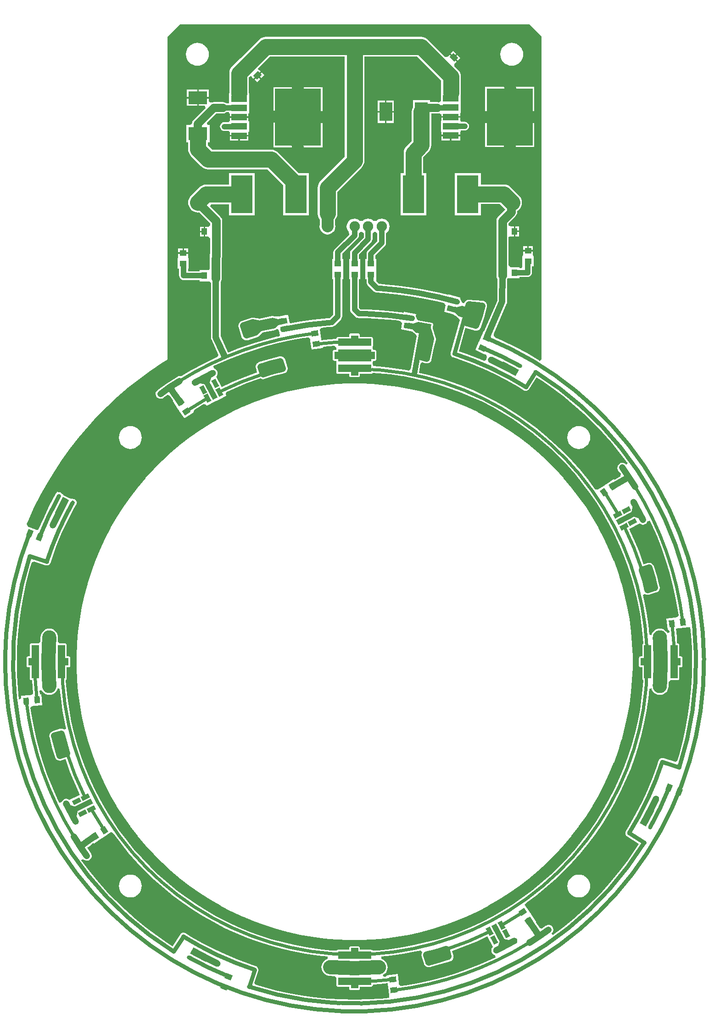
<source format=gtl>
G04*
G04 #@! TF.GenerationSoftware,Altium Limited,Altium Designer,19.1.5 (86)*
G04*
G04 Layer_Physical_Order=1*
G04 Layer_Color=65280*
%FSLAX44Y44*%
%MOMM*%
G71*
G01*
G75*
%ADD12C,1.0000*%
%ADD73C,0.6000*%
%ADD74C,0.8000*%
%ADD75C,1.2000*%
%ADD76C,2.6000*%
G04:AMPARAMS|DCode=77|XSize=1mm|YSize=1.8mm|CornerRadius=0mm|HoleSize=0mm|Usage=FLASHONLY|Rotation=80.000|XOffset=0mm|YOffset=0mm|HoleType=Round|Shape=Rectangle|*
%AMROTATEDRECTD77*
4,1,4,0.7995,-0.6487,-0.9732,-0.3361,-0.7995,0.6487,0.9732,0.3361,0.7995,-0.6487,0.0*
%
%ADD77ROTATEDRECTD77*%

G04:AMPARAMS|DCode=78|XSize=0.85mm|YSize=1.52mm|CornerRadius=0mm|HoleSize=0mm|Usage=FLASHONLY|Rotation=298.000|XOffset=0mm|YOffset=0mm|HoleType=Round|Shape=Rectangle|*
%AMROTATEDRECTD78*
4,1,4,-0.8706,0.0185,0.4715,0.7321,0.8706,-0.0185,-0.4715,-0.7321,-0.8706,0.0185,0.0*
%
%ADD78ROTATEDRECTD78*%

G04:AMPARAMS|DCode=79|XSize=1mm|YSize=3.28mm|CornerRadius=0mm|HoleSize=0mm|Usage=FLASHONLY|Rotation=298.000|XOffset=0mm|YOffset=0mm|HoleType=Round|Shape=Rectangle|*
%AMROTATEDRECTD79*
4,1,4,-1.6828,-0.3285,1.2133,1.2114,1.6828,0.3285,-1.2133,-1.2114,-1.6828,-0.3285,0.0*
%
%ADD79ROTATEDRECTD79*%

G04:AMPARAMS|DCode=80|XSize=0.85mm|YSize=1.52mm|CornerRadius=0mm|HoleSize=0mm|Usage=FLASHONLY|Rotation=208.000|XOffset=0mm|YOffset=0mm|HoleType=Round|Shape=Rectangle|*
%AMROTATEDRECTD80*
4,1,4,0.0185,0.8706,0.7321,-0.4715,-0.0185,-0.8706,-0.7321,0.4715,0.0185,0.8706,0.0*
%
%ADD80ROTATEDRECTD80*%

G04:AMPARAMS|DCode=81|XSize=1mm|YSize=3.28mm|CornerRadius=0mm|HoleSize=0mm|Usage=FLASHONLY|Rotation=208.000|XOffset=0mm|YOffset=0mm|HoleType=Round|Shape=Rectangle|*
%AMROTATEDRECTD81*
4,1,4,-0.3285,1.6828,1.2114,-1.2133,0.3285,-1.6828,-1.2114,1.2133,-0.3285,1.6828,0.0*
%
%ADD81ROTATEDRECTD81*%

G04:AMPARAMS|DCode=82|XSize=0.85mm|YSize=1.52mm|CornerRadius=0mm|HoleSize=0mm|Usage=FLASHONLY|Rotation=116.500|XOffset=0mm|YOffset=0mm|HoleType=Round|Shape=Rectangle|*
%AMROTATEDRECTD82*
4,1,4,0.8698,-0.0412,-0.4905,-0.7195,-0.8698,0.0412,0.4905,0.7195,0.8698,-0.0412,0.0*
%
%ADD82ROTATEDRECTD82*%

G04:AMPARAMS|DCode=83|XSize=1mm|YSize=3.28mm|CornerRadius=0mm|HoleSize=0mm|Usage=FLASHONLY|Rotation=116.500|XOffset=0mm|YOffset=0mm|HoleType=Round|Shape=Rectangle|*
%AMROTATEDRECTD83*
4,1,4,1.6908,0.2843,-1.2446,-1.1792,-1.6908,-0.2843,1.2446,1.1792,1.6908,0.2843,0.0*
%
%ADD83ROTATEDRECTD83*%

%ADD84C,1.0000*%
G04:AMPARAMS|DCode=85|XSize=0.5mm|YSize=3.3mm|CornerRadius=0mm|HoleSize=0mm|Usage=FLASHONLY|Rotation=242.000|XOffset=0mm|YOffset=0mm|HoleType=Round|Shape=Rectangle|*
%AMROTATEDRECTD85*
4,1,4,-1.3395,0.9954,1.5742,-0.5539,1.3395,-0.9954,-1.5742,0.5539,-1.3395,0.9954,0.0*
%
%ADD85ROTATEDRECTD85*%

G04:AMPARAMS|DCode=86|XSize=0.5mm|YSize=3.3mm|CornerRadius=0mm|HoleSize=0mm|Usage=FLASHONLY|Rotation=152.000|XOffset=0mm|YOffset=0mm|HoleType=Round|Shape=Rectangle|*
%AMROTATEDRECTD86*
4,1,4,0.9954,1.3395,-0.5539,-1.5742,-0.9954,-1.3395,0.5539,1.5742,0.9954,1.3395,0.0*
%
%ADD86ROTATEDRECTD86*%

G04:AMPARAMS|DCode=87|XSize=0.5mm|YSize=3.3mm|CornerRadius=0mm|HoleSize=0mm|Usage=FLASHONLY|Rotation=241.500|XOffset=0mm|YOffset=0mm|HoleType=Round|Shape=Rectangle|*
%AMROTATEDRECTD87*
4,1,4,-1.3308,1.0070,1.5693,-0.5676,1.3308,-1.0070,-1.5693,0.5676,-1.3308,1.0070,0.0*
%
%ADD87ROTATEDRECTD87*%

G04:AMPARAMS|DCode=88|XSize=0.5mm|YSize=3.3mm|CornerRadius=0mm|HoleSize=0mm|Usage=FLASHONLY|Rotation=333.000|XOffset=0mm|YOffset=0mm|HoleType=Round|Shape=Rectangle|*
%AMROTATEDRECTD88*
4,1,4,-0.9718,-1.3567,0.5263,1.5837,0.9718,1.3567,-0.5263,-1.5837,-0.9718,-1.3567,0.0*
%
%ADD88ROTATEDRECTD88*%

%ADD89R,4.0000X7.0000*%
%ADD90R,8.5000X10.5000*%
%ADD91R,2.8500X1.2000*%
G04:AMPARAMS|DCode=92|XSize=1mm|YSize=1.5mm|CornerRadius=0mm|HoleSize=0mm|Usage=FLASHONLY|Rotation=75.000|XOffset=0mm|YOffset=0mm|HoleType=Round|Shape=Rectangle|*
%AMROTATEDRECTD92*
4,1,4,0.5950,-0.6771,-0.8539,-0.2889,-0.5950,0.6771,0.8539,0.2889,0.5950,-0.6771,0.0*
%
%ADD92ROTATEDRECTD92*%

G04:AMPARAMS|DCode=93|XSize=1mm|YSize=1.8mm|CornerRadius=0mm|HoleSize=0mm|Usage=FLASHONLY|Rotation=75.000|XOffset=0mm|YOffset=0mm|HoleType=Round|Shape=Rectangle|*
%AMROTATEDRECTD93*
4,1,4,0.7399,-0.7159,-0.9987,-0.2500,-0.7399,0.7159,0.9987,0.2500,0.7399,-0.7159,0.0*
%
%ADD93ROTATEDRECTD93*%

G04:AMPARAMS|DCode=94|XSize=1mm|YSize=1.5mm|CornerRadius=0mm|HoleSize=0mm|Usage=FLASHONLY|Rotation=282.000|XOffset=0mm|YOffset=0mm|HoleType=Round|Shape=Rectangle|*
%AMROTATEDRECTD94*
4,1,4,-0.8376,0.3331,0.6297,0.6450,0.8376,-0.3331,-0.6297,-0.6450,-0.8376,0.3331,0.0*
%
%ADD94ROTATEDRECTD94*%

G04:AMPARAMS|DCode=95|XSize=1mm|YSize=1.8mm|CornerRadius=0mm|HoleSize=0mm|Usage=FLASHONLY|Rotation=282.000|XOffset=0mm|YOffset=0mm|HoleType=Round|Shape=Rectangle|*
%AMROTATEDRECTD95*
4,1,4,-0.9843,0.3020,0.7764,0.6762,0.9843,-0.3020,-0.7764,-0.6762,-0.9843,0.3020,0.0*
%
%ADD95ROTATEDRECTD95*%

G04:AMPARAMS|DCode=96|XSize=1mm|YSize=1.5mm|CornerRadius=0mm|HoleSize=0mm|Usage=FLASHONLY|Rotation=80.000|XOffset=0mm|YOffset=0mm|HoleType=Round|Shape=Rectangle|*
%AMROTATEDRECTD96*
4,1,4,0.6518,-0.6226,-0.8254,-0.3622,-0.6518,0.6226,0.8254,0.3622,0.6518,-0.6226,0.0*
%
%ADD96ROTATEDRECTD96*%

G04:AMPARAMS|DCode=97|XSize=1.25mm|YSize=1mm|CornerRadius=0mm|HoleSize=0mm|Usage=FLASHONLY|Rotation=303.000|XOffset=0mm|YOffset=0mm|HoleType=Round|Shape=Rectangle|*
%AMROTATEDRECTD97*
4,1,4,-0.7597,0.2519,0.0789,0.7965,0.7597,-0.2519,-0.0789,-0.7965,-0.7597,0.2519,0.0*
%
%ADD97ROTATEDRECTD97*%

G04:AMPARAMS|DCode=98|XSize=1.25mm|YSize=1mm|CornerRadius=0mm|HoleSize=0mm|Usage=FLASHONLY|Rotation=338.000|XOffset=0mm|YOffset=0mm|HoleType=Round|Shape=Rectangle|*
%AMROTATEDRECTD98*
4,1,4,-0.7668,-0.2295,-0.3922,0.6977,0.7668,0.2295,0.3922,-0.6977,-0.7668,-0.2295,0.0*
%
%ADD98ROTATEDRECTD98*%

G04:AMPARAMS|DCode=99|XSize=1.25mm|YSize=1mm|CornerRadius=0mm|HoleSize=0mm|Usage=FLASHONLY|Rotation=186.000|XOffset=0mm|YOffset=0mm|HoleType=Round|Shape=Rectangle|*
%AMROTATEDRECTD99*
4,1,4,0.5693,0.5626,0.6738,-0.4319,-0.5693,-0.5626,-0.6738,0.4319,0.5693,0.5626,0.0*
%
%ADD99ROTATEDRECTD99*%

G04:AMPARAMS|DCode=100|XSize=1.25mm|YSize=1mm|CornerRadius=0mm|HoleSize=0mm|Usage=FLASHONLY|Rotation=34.000|XOffset=0mm|YOffset=0mm|HoleType=Round|Shape=Rectangle|*
%AMROTATEDRECTD100*
4,1,4,-0.2386,-0.7640,-0.7977,0.0650,0.2386,0.7640,0.7977,-0.0650,-0.2386,-0.7640,0.0*
%
%ADD100ROTATEDRECTD100*%

G04:AMPARAMS|DCode=101|XSize=1.25mm|YSize=1mm|CornerRadius=0mm|HoleSize=0mm|Usage=FLASHONLY|Rotation=68.000|XOffset=0mm|YOffset=0mm|HoleType=Round|Shape=Rectangle|*
%AMROTATEDRECTD101*
4,1,4,0.2295,-0.7668,-0.6977,-0.3922,-0.2295,0.7668,0.6977,0.3922,0.2295,-0.7668,0.0*
%
%ADD101ROTATEDRECTD101*%

G04:AMPARAMS|DCode=102|XSize=1.25mm|YSize=1mm|CornerRadius=0mm|HoleSize=0mm|Usage=FLASHONLY|Rotation=277.000|XOffset=0mm|YOffset=0mm|HoleType=Round|Shape=Rectangle|*
%AMROTATEDRECTD102*
4,1,4,-0.5724,0.5594,0.4201,0.6813,0.5724,-0.5594,-0.4201,-0.6813,-0.5724,0.5594,0.0*
%
%ADD102ROTATEDRECTD102*%

G04:AMPARAMS|DCode=103|XSize=1.25mm|YSize=1mm|CornerRadius=0mm|HoleSize=0mm|Usage=FLASHONLY|Rotation=124.500|XOffset=0mm|YOffset=0mm|HoleType=Round|Shape=Rectangle|*
%AMROTATEDRECTD103*
4,1,4,0.7661,-0.2319,-0.0581,-0.7983,-0.7661,0.2319,0.0581,0.7983,0.7661,-0.2319,0.0*
%
%ADD103ROTATEDRECTD103*%

G04:AMPARAMS|DCode=104|XSize=1.25mm|YSize=1mm|CornerRadius=0mm|HoleSize=0mm|Usage=FLASHONLY|Rotation=7.500|XOffset=0mm|YOffset=0mm|HoleType=Round|Shape=Rectangle|*
%AMROTATEDRECTD104*
4,1,4,-0.5544,-0.5773,-0.6849,0.4141,0.5544,0.5773,0.6849,-0.4141,-0.5544,-0.5773,0.0*
%
%ADD104ROTATEDRECTD104*%

G04:AMPARAMS|DCode=105|XSize=1.25mm|YSize=1mm|CornerRadius=0mm|HoleSize=0mm|Usage=FLASHONLY|Rotation=95.000|XOffset=0mm|YOffset=0mm|HoleType=Round|Shape=Rectangle|*
%AMROTATEDRECTD105*
4,1,4,0.5526,-0.5790,-0.4436,-0.6662,-0.5526,0.5790,0.4436,0.6662,0.5526,-0.5790,0.0*
%
%ADD105ROTATEDRECTD105*%

G04:AMPARAMS|DCode=106|XSize=1.25mm|YSize=1mm|CornerRadius=0mm|HoleSize=0mm|Usage=FLASHONLY|Rotation=156.000|XOffset=0mm|YOffset=0mm|HoleType=Round|Shape=Rectangle|*
%AMROTATEDRECTD106*
4,1,4,0.7743,0.2026,0.3676,-0.7110,-0.7743,-0.2026,-0.3676,0.7110,0.7743,0.2026,0.0*
%
%ADD106ROTATEDRECTD106*%

G04:AMPARAMS|DCode=107|XSize=1.25mm|YSize=1mm|CornerRadius=0mm|HoleSize=0mm|Usage=FLASHONLY|Rotation=225.000|XOffset=0mm|YOffset=0mm|HoleType=Round|Shape=Rectangle|*
%AMROTATEDRECTD107*
4,1,4,0.0884,0.7955,0.7955,0.0884,-0.0884,-0.7955,-0.7955,-0.0884,0.0884,0.7955,0.0*
%
%ADD107ROTATEDRECTD107*%

%ADD108R,1.2500X1.0000*%
%ADD109R,3.5000X2.4000*%
%ADD110R,1.0000X1.2500*%
%ADD111R,2.4000X3.5000*%
G04:AMPARAMS|DCode=112|XSize=1.25mm|YSize=1mm|CornerRadius=0mm|HoleSize=0mm|Usage=FLASHONLY|Rotation=315.000|XOffset=0mm|YOffset=0mm|HoleType=Round|Shape=Rectangle|*
%AMROTATEDRECTD112*
4,1,4,-0.7955,0.0884,-0.0884,0.7955,0.7955,-0.0884,0.0884,-0.7955,-0.7955,0.0884,0.0*
%
%ADD112ROTATEDRECTD112*%

%ADD113C,1.6000*%
%ADD114C,1.1000*%
%ADD115C,3.0000*%
%ADD116C,2.2000*%
%ADD117C,1.5000*%
%ADD118R,6.1800X1.3400*%
%ADD119R,1.4000X0.7950*%
%ADD120R,1.4000X0.9950*%
%ADD121R,0.6700X1.4000*%
%ADD122R,6.1800X2.2000*%
%ADD123R,1.3400X6.1800*%
%ADD124R,0.7950X1.4000*%
%ADD125R,0.9950X1.4000*%
%ADD126R,1.4000X0.6700*%
%ADD127R,2.2000X6.1800*%
G04:AMPARAMS|DCode=128|XSize=1.3mm|YSize=3.3mm|CornerRadius=0mm|HoleSize=0mm|Usage=FLASHONLY|Rotation=242.000|XOffset=0mm|YOffset=0mm|HoleType=Round|Shape=Rectangle|*
%AMROTATEDRECTD128*
4,1,4,-1.1517,1.3485,1.7620,-0.2007,1.1517,-1.3485,-1.7620,0.2007,-1.1517,1.3485,0.0*
%
%ADD128ROTATEDRECTD128*%

G04:AMPARAMS|DCode=129|XSize=1.3mm|YSize=3.3mm|CornerRadius=0mm|HoleSize=0mm|Usage=FLASHONLY|Rotation=152.000|XOffset=0mm|YOffset=0mm|HoleType=Round|Shape=Rectangle|*
%AMROTATEDRECTD129*
4,1,4,1.3485,1.1517,-0.2007,-1.7620,-1.3485,-1.1517,0.2007,1.7620,1.3485,1.1517,0.0*
%
%ADD129ROTATEDRECTD129*%

G04:AMPARAMS|DCode=130|XSize=1.3mm|YSize=3.3mm|CornerRadius=0mm|HoleSize=0mm|Usage=FLASHONLY|Rotation=333.000|XOffset=0mm|YOffset=0mm|HoleType=Round|Shape=Rectangle|*
%AMROTATEDRECTD130*
4,1,4,-1.3282,-1.1751,0.1699,1.7653,1.3282,1.1751,-0.1699,-1.7653,-1.3282,-1.1751,0.0*
%
%ADD130ROTATEDRECTD130*%

%ADD131C,1.9000*%
%ADD132C,1.8000*%
%ADD133P,1.9483X8X292.5*%
%ADD134P,2.1648X8X112.5*%
%ADD135C,2.0000*%
G36*
X1545000Y1972500D02*
X1545000Y1377737D01*
X1543557Y1376298D01*
X1541870Y1374991D01*
X1540598Y1375806D01*
X1518515Y1388749D01*
X1495940Y1400815D01*
X1472909Y1411986D01*
X1459283Y1417946D01*
X1456813Y1420924D01*
X1457078Y1424814D01*
X1480842Y1480169D01*
X1481012Y1480775D01*
X1481256Y1481355D01*
X1481332Y1481911D01*
X1481484Y1482450D01*
X1481492Y1483080D01*
X1481577Y1483703D01*
X1481795Y1525968D01*
X1482352Y1526692D01*
X1482480Y1527000D01*
X1485250Y1527000D01*
X1488250Y1527000D01*
X1504250D01*
Y1529431D01*
X1519250D01*
X1521338Y1529706D01*
X1523284Y1530512D01*
X1524956Y1531794D01*
X1526238Y1533466D01*
X1527044Y1535412D01*
X1527319Y1537500D01*
Y1549000D01*
X1530250D01*
Y1566414D01*
X1530250Y1567000D01*
X1529250Y1570586D01*
X1529250Y1571000D01*
Y1576500D01*
X1510750D01*
X1510750Y1570586D01*
X1509750Y1567000D01*
X1509750Y1566414D01*
Y1549000D01*
X1509750D01*
X1508376Y1545569D01*
X1504250D01*
Y1547500D01*
X1487862D01*
X1483865Y1550512D01*
X1483924Y1602873D01*
X1486473Y1604120D01*
X1487836Y1604500D01*
X1488250Y1604500D01*
X1493750D01*
Y1613750D01*
Y1623000D01*
X1487836Y1623000D01*
X1486520Y1623367D01*
X1483939Y1624664D01*
Y1628499D01*
X1496909Y1641468D01*
X1498672Y1643766D01*
X1499781Y1646442D01*
X1500159Y1649314D01*
Y1651119D01*
X1500799Y1651461D01*
X1503539Y1653710D01*
X1505789Y1656451D01*
X1507460Y1659578D01*
X1508490Y1662971D01*
X1508837Y1666500D01*
X1508490Y1670029D01*
X1507460Y1673422D01*
X1505789Y1676549D01*
X1503539Y1679290D01*
X1488040Y1694789D01*
X1485299Y1697039D01*
X1482172Y1698710D01*
X1478779Y1699740D01*
X1475250Y1700087D01*
X1432750D01*
Y1721000D01*
X1384750D01*
Y1643000D01*
X1432750D01*
Y1663913D01*
X1467758D01*
X1477865Y1653806D01*
X1464999Y1640940D01*
X1463236Y1638642D01*
X1462128Y1635966D01*
X1461750Y1633094D01*
Y1616175D01*
X1461749Y1615785D01*
X1461750Y1615775D01*
X1461748Y1615765D01*
X1461746Y1613765D01*
X1461661Y1537265D01*
X1461655Y1532262D01*
X1462030Y1529390D01*
X1463135Y1526713D01*
X1463640Y1526054D01*
X1463432Y1485639D01*
X1439461Y1429800D01*
X1438086Y1429262D01*
X1438086D01*
X1431578Y1414645D01*
X1430302Y1411779D01*
X1429137Y1409164D01*
X1422630Y1394547D01*
X1437980Y1387713D01*
X1441357Y1386209D01*
X1442909Y1385653D01*
X1444062Y1381204D01*
X1444034Y1381103D01*
X1443160Y1378994D01*
X1442945Y1377357D01*
X1441069Y1375720D01*
X1439074Y1374684D01*
X1431187Y1378134D01*
X1409096Y1386780D01*
X1392728Y1392456D01*
X1404571Y1435292D01*
X1421940Y1430721D01*
X1422789Y1430613D01*
X1423629Y1430444D01*
X1423961Y1430464D01*
X1424291Y1430423D01*
X1425139Y1430538D01*
X1425994Y1430591D01*
X1426309Y1430697D01*
X1426639Y1430742D01*
X1427428Y1431073D01*
X1428240Y1431346D01*
X1428517Y1431530D01*
X1428824Y1431659D01*
X1429501Y1432183D01*
X1430215Y1432657D01*
X1430435Y1432906D01*
X1430697Y1433110D01*
X1431216Y1433792D01*
X1431782Y1434434D01*
X1431930Y1434732D01*
X1432132Y1434996D01*
X1432456Y1435789D01*
X1432837Y1436556D01*
X1438837Y1454056D01*
X1438898Y1454357D01*
X1439016Y1454640D01*
X1444265Y1474140D01*
X1444374Y1474960D01*
X1444548Y1475769D01*
X1444530Y1476130D01*
X1444578Y1476489D01*
X1444471Y1477309D01*
X1444429Y1478136D01*
X1444318Y1478480D01*
X1444271Y1478839D01*
X1443955Y1479604D01*
X1443701Y1480391D01*
X1443505Y1480695D01*
X1443367Y1481029D01*
X1442864Y1481686D01*
X1442415Y1482381D01*
X1442146Y1482624D01*
X1441927Y1482911D01*
X1441271Y1483416D01*
X1440657Y1483970D01*
X1440335Y1484135D01*
X1440048Y1484356D01*
X1439284Y1484673D01*
X1438548Y1485051D01*
X1438194Y1485127D01*
X1437860Y1485266D01*
X1437040Y1485374D01*
X1436231Y1485548D01*
X1411481Y1487548D01*
X1410336Y1487491D01*
X1409194Y1487443D01*
X1409155Y1487431D01*
X1409114Y1487429D01*
X1408026Y1487078D01*
X1406933Y1486736D01*
X1406898Y1486714D01*
X1406859Y1486702D01*
X1405898Y1486080D01*
X1404931Y1485467D01*
X1404904Y1485437D01*
X1404869Y1485415D01*
X1404102Y1484566D01*
X1403326Y1483724D01*
X1403307Y1483688D01*
X1403280Y1483657D01*
X1402758Y1482640D01*
X1402371Y1481900D01*
X1402056Y1481579D01*
X1400879Y1481270D01*
X1400182Y1481484D01*
X1399987Y1481575D01*
X1397207Y1484043D01*
X1396996Y1485641D01*
X1396190Y1487587D01*
X1394928Y1489231D01*
X1395433Y1491115D01*
X1373217Y1497067D01*
X1372996Y1496242D01*
X1355347Y1500619D01*
X1329789Y1505951D01*
X1304050Y1510325D01*
X1278165Y1513732D01*
X1252171Y1516170D01*
X1250398Y1516270D01*
X1250338Y1516294D01*
X1248250Y1516569D01*
X1244842D01*
X1240364Y1521047D01*
X1240250Y1525000D01*
X1240250D01*
Y1541000D01*
X1240250Y1544000D01*
X1240250Y1547000D01*
Y1563000D01*
X1238069D01*
Y1568658D01*
X1255706Y1586294D01*
X1256988Y1587966D01*
X1257794Y1589912D01*
X1258069Y1592000D01*
Y1610415D01*
X1260341Y1612159D01*
X1262666Y1615188D01*
X1264127Y1618715D01*
X1264625Y1622500D01*
X1264127Y1626285D01*
X1262666Y1629813D01*
X1260341Y1632841D01*
X1257312Y1635166D01*
X1253785Y1636627D01*
X1250000Y1637125D01*
X1246215Y1636627D01*
X1242687Y1635166D01*
X1240115Y1633192D01*
X1238437Y1632635D01*
X1236563D01*
X1234885Y1633192D01*
X1232312Y1635166D01*
X1228785Y1636627D01*
X1225000Y1637125D01*
X1221215Y1636627D01*
X1217687Y1635166D01*
X1215115Y1633192D01*
X1213437Y1632635D01*
X1211563D01*
X1209885Y1633192D01*
X1207312Y1635166D01*
X1203785Y1636627D01*
X1200000Y1637125D01*
X1196215Y1636627D01*
X1192687Y1635166D01*
X1189659Y1632841D01*
X1187334Y1629813D01*
X1185873Y1626285D01*
X1185375Y1622500D01*
X1185873Y1618715D01*
X1187334Y1615188D01*
X1189659Y1612159D01*
X1189759Y1607171D01*
X1163294Y1580706D01*
X1162012Y1579034D01*
X1161206Y1577088D01*
X1160931Y1575000D01*
Y1563000D01*
X1158750D01*
Y1547000D01*
X1158750Y1544000D01*
X1158750Y1541000D01*
Y1525000D01*
X1160931D01*
Y1460092D01*
X1154281Y1453442D01*
X1154182Y1453401D01*
X1150169Y1453165D01*
X1125349Y1450720D01*
X1100645Y1447303D01*
X1081549Y1443893D01*
D01*
D01*
X1081057Y1443805D01*
X1080853Y1444765D01*
X1080364Y1444660D01*
X1077301Y1459070D01*
X1073000Y1459500D01*
X1076430Y1460764D01*
X1075820Y1463631D01*
X1065550Y1461447D01*
X1058621Y1459975D01*
X1059000Y1456500D01*
X1052545D01*
X1052375Y1456345D01*
X1049568Y1457206D01*
X1049392Y1457224D01*
X1049229Y1457289D01*
X1048804Y1457284D01*
X1048381Y1457327D01*
X1048212Y1457276D01*
X1048035Y1457274D01*
X1025360Y1452454D01*
X1014358Y1454434D01*
X1013504Y1454474D01*
X1012655Y1454577D01*
X1012488Y1454553D01*
X1012320Y1454567D01*
X1012157Y1454538D01*
X1011991Y1454546D01*
X1011155Y1454364D01*
X1010309Y1454243D01*
X1010154Y1454177D01*
X1009988Y1454147D01*
X991988Y1448397D01*
X990971Y1447919D01*
X989949Y1447454D01*
X989900Y1447414D01*
X989844Y1447388D01*
X988986Y1446662D01*
X988118Y1445949D01*
X988082Y1445898D01*
X988034Y1445858D01*
X987393Y1444934D01*
X986740Y1444021D01*
X986718Y1443963D01*
X986682Y1443911D01*
X986302Y1442854D01*
X985907Y1441802D01*
X985901Y1441740D01*
X985880Y1441681D01*
X985787Y1440562D01*
X985678Y1439444D01*
X985688Y1439382D01*
X985683Y1439320D01*
X985882Y1438214D01*
X986066Y1437106D01*
X991533Y1419150D01*
X991564Y1419081D01*
X991578Y1419007D01*
X992054Y1418004D01*
X992513Y1416992D01*
X992561Y1416934D01*
X992593Y1416866D01*
X993313Y1416019D01*
X994018Y1415162D01*
X994080Y1415118D01*
X994128Y1415060D01*
X995043Y1414429D01*
X995946Y1413784D01*
X996017Y1413757D01*
X996079Y1413714D01*
X997125Y1413341D01*
X998165Y1412951D01*
X998240Y1412944D01*
X998311Y1412918D01*
X999418Y1412829D01*
X1000523Y1412721D01*
X1000598Y1412733D01*
X1000673Y1412727D01*
X1001766Y1412928D01*
X1002861Y1413109D01*
X1002930Y1413141D01*
X1003004Y1413154D01*
X1020574Y1418822D01*
X1021440Y1419233D01*
X1022326Y1419600D01*
X1022364Y1419629D01*
X1022408Y1419648D01*
X1022551Y1419760D01*
X1022714Y1419837D01*
X1023445Y1420459D01*
X1024205Y1421042D01*
X1029876Y1426712D01*
X1053466Y1431727D01*
X1053628Y1431797D01*
X1053803Y1431819D01*
X1054172Y1432031D01*
X1054562Y1432198D01*
X1054685Y1432325D01*
X1054838Y1432413D01*
X1056190Y1433589D01*
X1059984Y1432322D01*
X1060140Y1431587D01*
X1060235Y1430866D01*
X1060355Y1430576D01*
X1062098Y1422376D01*
X1059385Y1419799D01*
X1056170Y1419094D01*
X1032761Y1412986D01*
X1009609Y1405963D01*
X986751Y1398036D01*
X966668Y1390176D01*
X953154Y1419999D01*
X953084Y1521013D01*
X953575Y1521646D01*
X954700Y1524315D01*
X955095Y1527184D01*
X955122Y1531678D01*
X955517Y1597925D01*
X955606Y1612925D01*
X955630Y1616861D01*
X955630Y1616915D01*
X955615Y1617030D01*
Y1632979D01*
X955237Y1635851D01*
X954129Y1638527D01*
X952366Y1640825D01*
X933376Y1659814D01*
X935184Y1663663D01*
X968065D01*
Y1642750D01*
X1016065D01*
Y1720750D01*
X968065D01*
Y1699837D01*
X926250D01*
X926250Y1699837D01*
X922721Y1699489D01*
X919328Y1698460D01*
X916201Y1696789D01*
X913460Y1694539D01*
X913460Y1694539D01*
X898211Y1679290D01*
X895961Y1676549D01*
X894290Y1673422D01*
X893260Y1670029D01*
X892913Y1666500D01*
X893260Y1662971D01*
X894290Y1659578D01*
X895961Y1656451D01*
X898211Y1653710D01*
X900951Y1651461D01*
X904078Y1649790D01*
X907471Y1648760D01*
X911000Y1648413D01*
X913182Y1648628D01*
X933426Y1628384D01*
Y1625245D01*
X931000Y1622250D01*
X929426Y1622250D01*
X924500D01*
Y1613000D01*
Y1603750D01*
X929361D01*
X933343Y1600721D01*
X933327Y1598058D01*
X933014Y1545580D01*
X932000Y1542000D01*
X928993Y1542000D01*
X914000D01*
Y1539819D01*
X892569D01*
Y1544750D01*
X894250D01*
Y1562164D01*
X894250Y1562750D01*
X893250Y1566336D01*
X893250Y1566750D01*
Y1572250D01*
X874750D01*
X874750Y1566336D01*
X873750Y1562750D01*
X873750Y1562164D01*
Y1544750D01*
X876431D01*
Y1532250D01*
X876706Y1530162D01*
X877512Y1528215D01*
X878794Y1526544D01*
X879294Y1526044D01*
X880965Y1524762D01*
X882912Y1523956D01*
X885000Y1523681D01*
X914000D01*
Y1521500D01*
X930000D01*
X931133Y1521500D01*
X932149Y1521368D01*
X934930Y1518917D01*
X935000Y1418029D01*
X935097Y1417296D01*
X935121Y1416556D01*
X935252Y1416126D01*
X935311Y1415680D01*
X935595Y1414996D01*
X935809Y1414289D01*
X948815Y1385587D01*
X947382Y1381852D01*
X942056Y1379523D01*
X920288Y1368965D01*
X898952Y1357560D01*
X879862Y1346371D01*
X879100Y1346637D01*
X876737Y1346813D01*
X874409Y1346371D01*
X872274Y1345342D01*
X854296Y1333560D01*
X854210Y1333486D01*
X854109Y1333434D01*
X854093Y1333419D01*
X854073Y1333409D01*
X836981Y1321469D01*
X835232Y1319870D01*
X833956Y1317873D01*
X833241Y1315613D01*
X833135Y1313246D01*
X833645Y1310932D01*
X834737Y1308829D01*
X836336Y1307080D01*
X838334Y1305804D01*
X840593Y1305089D01*
X842960Y1304983D01*
X845274Y1305493D01*
X847377Y1306585D01*
X854668Y1311678D01*
X858605Y1310970D01*
X859669Y1309431D01*
X859670Y1309430D01*
X859671Y1309428D01*
X865156Y1301496D01*
X864878Y1300020D01*
X864878Y1300020D01*
X873825Y1286755D01*
X876061Y1283439D01*
X877180Y1281781D01*
X886127Y1268517D01*
X903122Y1279980D01*
X903015Y1280139D01*
X903848Y1284052D01*
X918161Y1292987D01*
X921864Y1295091D01*
X925701Y1293958D01*
X926906Y1291643D01*
X941542Y1299262D01*
X941518Y1299306D01*
X948792Y1303093D01*
X948815Y1303048D01*
X963451Y1310667D01*
X962095Y1313271D01*
X963385Y1317057D01*
X978830Y1324216D01*
X999856Y1332925D01*
X1021224Y1340758D01*
X1026282Y1342378D01*
X1026461Y1342250D01*
X1028678Y1341412D01*
X1031036Y1341177D01*
X1033374Y1341560D01*
X1033541Y1341635D01*
X1033726Y1341665D01*
X1052042Y1347150D01*
X1069762Y1351709D01*
X1069937Y1351779D01*
X1070124Y1351810D01*
X1071034Y1352221D01*
X1071960Y1352594D01*
X1072111Y1352707D01*
X1072284Y1352785D01*
X1073056Y1353418D01*
X1073854Y1354017D01*
X1073971Y1354166D01*
X1074117Y1354286D01*
X1074700Y1355097D01*
X1075316Y1355883D01*
X1075390Y1356057D01*
X1075500Y1356210D01*
X1075853Y1357145D01*
X1076244Y1358063D01*
X1076271Y1358250D01*
X1076338Y1358427D01*
X1076437Y1359421D01*
X1076577Y1360409D01*
X1076554Y1360597D01*
X1076573Y1360785D01*
X1076412Y1361771D01*
X1076291Y1362762D01*
X1076251Y1362862D01*
X1076241Y1362941D01*
X1076207Y1363023D01*
X1076190Y1363124D01*
X1076162Y1363216D01*
X1076162Y1363216D01*
X1076162Y1363216D01*
X1072082Y1376728D01*
X1071671Y1377638D01*
X1071298Y1378564D01*
X1071184Y1378715D01*
X1071107Y1378887D01*
X1070474Y1379660D01*
X1069874Y1380458D01*
X1069725Y1380575D01*
X1069605Y1380721D01*
X1068795Y1381304D01*
X1068009Y1381919D01*
X1067835Y1381993D01*
X1067681Y1382104D01*
X1066747Y1382457D01*
X1065829Y1382848D01*
X1065641Y1382874D01*
X1065464Y1382941D01*
X1064471Y1383040D01*
X1063483Y1383181D01*
X1063295Y1383158D01*
X1063106Y1383177D01*
X1062121Y1383015D01*
X1061130Y1382895D01*
X1043238Y1378291D01*
X1043072Y1378225D01*
X1042896Y1378196D01*
X1024038Y1372549D01*
X1024028Y1372545D01*
X1024018Y1372543D01*
X1022941Y1372057D01*
X1021876Y1371579D01*
X1021868Y1371573D01*
X1021858Y1371568D01*
X1020947Y1370822D01*
X1020039Y1370083D01*
X1020033Y1370074D01*
X1020024Y1370067D01*
X1019340Y1369115D01*
X1018652Y1368161D01*
X1018648Y1368151D01*
X1018642Y1368143D01*
X1018228Y1367048D01*
X1017809Y1365946D01*
X1017808Y1365936D01*
X1017804Y1365926D01*
X1017688Y1364758D01*
X1017568Y1363589D01*
X1017570Y1363578D01*
X1017569Y1363568D01*
X1017760Y1362402D01*
X1017946Y1361249D01*
X1017950Y1361240D01*
X1017952Y1361229D01*
X1020371Y1353219D01*
X1017285Y1352230D01*
X995447Y1344225D01*
X973958Y1335324D01*
X955153Y1326607D01*
X945014Y1346084D01*
X946175Y1347598D01*
X947082Y1349787D01*
X947392Y1352137D01*
X947082Y1354486D01*
X946175Y1356676D01*
X944733Y1358555D01*
X942853Y1359998D01*
X940663Y1360905D01*
X940633Y1360909D01*
X939967Y1365031D01*
X947134Y1368508D01*
X968864Y1378012D01*
X990949Y1386657D01*
X1013357Y1394427D01*
X1036053Y1401312D01*
X1059002Y1407300D01*
X1082168Y1412383D01*
X1105515Y1416552D01*
X1114600Y1417809D01*
X1117782Y1415384D01*
X1118311Y1411361D01*
X1120400Y1395498D01*
X1140724Y1398174D01*
Y1398174D01*
X1143031Y1401096D01*
X1151774Y1402003D01*
X1162834Y1402690D01*
X1166348Y1399300D01*
X1166391Y1399112D01*
X1166274Y1397171D01*
X1166041Y1396000D01*
Y1395059D01*
X1162800D01*
X1161630Y1394826D01*
X1160637Y1394163D01*
X1159974Y1393170D01*
X1159741Y1392000D01*
Y1378000D01*
X1159974Y1376829D01*
X1160637Y1375837D01*
X1161630Y1375174D01*
X1162800Y1374941D01*
X1166041D01*
Y1374000D01*
X1166274Y1372829D01*
X1166400Y1370750D01*
X1166274Y1368671D01*
X1166041Y1367500D01*
Y1354100D01*
X1166274Y1352930D01*
X1166937Y1351937D01*
X1167930Y1351274D01*
X1169100Y1351041D01*
X1189941D01*
Y1347800D01*
X1190174Y1346629D01*
X1190837Y1345637D01*
X1191830Y1344974D01*
X1193000Y1344741D01*
X1207000D01*
X1208171Y1344974D01*
X1209163Y1345637D01*
X1209826Y1346629D01*
X1210059Y1347800D01*
Y1351041D01*
X1230900D01*
X1232071Y1351274D01*
X1233063Y1351937D01*
X1233648Y1352812D01*
X1244096Y1352163D01*
X1266050Y1349886D01*
X1287891Y1346704D01*
X1289909Y1346325D01*
X1309582Y1342622D01*
X1331086Y1337647D01*
X1352366Y1331788D01*
X1373385Y1325054D01*
X1394108Y1317458D01*
X1414500Y1309011D01*
X1434525Y1299729D01*
X1454150Y1289628D01*
X1473340Y1278724D01*
X1492063Y1267036D01*
X1510287Y1254585D01*
X1527982Y1241391D01*
X1545115Y1227477D01*
X1561660Y1212867D01*
X1577586Y1197586D01*
X1592867Y1181660D01*
X1607477Y1165115D01*
X1621391Y1147982D01*
X1634585Y1130287D01*
X1647036Y1112063D01*
X1658724Y1093340D01*
X1669628Y1074150D01*
X1679729Y1054525D01*
X1689011Y1034500D01*
X1697458Y1014109D01*
X1705054Y993385D01*
X1711788Y972366D01*
X1717647Y951086D01*
X1722622Y929582D01*
X1726704Y907891D01*
X1729886Y886050D01*
X1732163Y864096D01*
X1732823Y853471D01*
X1731938Y852880D01*
X1731274Y851887D01*
X1731042Y850717D01*
Y829876D01*
X1727800D01*
X1726630Y829643D01*
X1725637Y828980D01*
X1724974Y827987D01*
X1724742Y826817D01*
Y812817D01*
X1724974Y811646D01*
X1725637Y810654D01*
X1726630Y809991D01*
X1727800Y809758D01*
X1731042D01*
Y788917D01*
X1731274Y787746D01*
X1731938Y786754D01*
X1732801Y786177D01*
X1732163Y775904D01*
X1729886Y753950D01*
X1726704Y732109D01*
X1722622Y710418D01*
X1717647Y688914D01*
X1711788Y667634D01*
X1705054Y646615D01*
X1697458Y625891D01*
X1689011Y605500D01*
X1679729Y585475D01*
X1669628Y565850D01*
X1658724Y546660D01*
X1647036Y527937D01*
X1634585Y509712D01*
X1621391Y492018D01*
X1607477Y474885D01*
X1592867Y458340D01*
X1577586Y442414D01*
X1561660Y427133D01*
X1545115Y412523D01*
X1527982Y398609D01*
X1510287Y385415D01*
X1492063Y372964D01*
X1473340Y361276D01*
X1454150Y350372D01*
X1434525Y340271D01*
X1414500Y330989D01*
X1394108Y322542D01*
X1373385Y314946D01*
X1352366Y308212D01*
X1331086Y302353D01*
X1309582Y297378D01*
X1287891Y293296D01*
X1266050Y290114D01*
X1244096Y287837D01*
X1233647Y287188D01*
X1233063Y288063D01*
X1232070Y288726D01*
X1230900Y288959D01*
X1210059D01*
Y292200D01*
X1209826Y293370D01*
X1209163Y294363D01*
X1208171Y295026D01*
X1207000Y295259D01*
X1193000D01*
X1191830Y295026D01*
X1190837Y294363D01*
X1190174Y293370D01*
X1189941Y292200D01*
Y288959D01*
X1169100D01*
X1167930Y288726D01*
X1166937Y288063D01*
X1166353Y287188D01*
X1155904Y287837D01*
X1133950Y290114D01*
X1112109Y293296D01*
X1090418Y297378D01*
X1068914Y302353D01*
X1047634Y308212D01*
X1026615Y314946D01*
X1005891Y322542D01*
X985500Y330989D01*
X965475Y340271D01*
X945850Y350372D01*
X926660Y361276D01*
X907937Y372964D01*
X889713Y385415D01*
X872018Y398609D01*
X854884Y412523D01*
X838340Y427133D01*
X822414Y442414D01*
X807133Y458340D01*
X792523Y474885D01*
X778609Y492018D01*
X765415Y509712D01*
X752964Y527937D01*
X741276Y546660D01*
X730372Y565850D01*
X720271Y585475D01*
X710989Y605500D01*
X702542Y625891D01*
X694946Y646615D01*
X688212Y667634D01*
X682353Y688914D01*
X677378Y710418D01*
X673296Y732109D01*
X670114Y753950D01*
X667837Y775904D01*
X667199Y786177D01*
X668063Y786754D01*
X668726Y787746D01*
X668959Y788917D01*
Y809758D01*
X672200D01*
X673371Y809991D01*
X674363Y810654D01*
X675026Y811646D01*
X675259Y812817D01*
Y826817D01*
X675026Y827987D01*
X674363Y828980D01*
X673371Y829643D01*
X672200Y829876D01*
X668959D01*
Y850717D01*
X668726Y851887D01*
X668063Y852880D01*
X667070Y853543D01*
X665900Y853776D01*
X656175D01*
X652413Y857740D01*
X652785Y863722D01*
X652785Y863722D01*
X652872Y865000D01*
X652563Y868137D01*
X651648Y871153D01*
X650163Y873932D01*
X648163Y876368D01*
X645727Y878368D01*
X642947Y879854D01*
X639931Y880769D01*
X636795Y881077D01*
X633658Y880769D01*
X630642Y879854D01*
X627863Y878368D01*
X625426Y876368D01*
X623427Y873932D01*
X621941Y871153D01*
X621026Y868137D01*
X620843Y866274D01*
X620755Y866282D01*
X620179Y857011D01*
X620154Y856953D01*
X617500Y853776D01*
X604100D01*
X602929Y853543D01*
X601937Y852880D01*
X601274Y851887D01*
X601041Y850717D01*
Y829876D01*
X597800D01*
X596629Y829643D01*
X595637Y828980D01*
X594974Y827987D01*
X594741Y826817D01*
Y812817D01*
X594974Y811646D01*
X595637Y810654D01*
X596629Y809991D01*
X597800Y809758D01*
X601041D01*
Y788917D01*
X601274Y787746D01*
X601937Y786754D01*
X602929Y786091D01*
X604100Y785858D01*
X604978D01*
X605723Y773229D01*
X606837Y761915D01*
X604255Y758803D01*
X600397Y758465D01*
X584458Y757071D01*
X584871Y752350D01*
X581031Y750347D01*
X580968Y750399D01*
X578927Y771121D01*
X577487Y795541D01*
X577007Y820000D01*
X577487Y844459D01*
X578927Y868879D01*
X581325Y893225D01*
X584677Y917458D01*
X588978Y941540D01*
X594220Y965435D01*
X600397Y989106D01*
X604619Y1003024D01*
X608165Y1004875D01*
X630034Y997769D01*
X630217Y997736D01*
X630388Y997664D01*
X631120Y997568D01*
X631846Y997434D01*
X632031Y997448D01*
X632216Y997424D01*
X632948Y997520D01*
X633684Y997578D01*
X633859Y997640D01*
X634043Y997664D01*
X634725Y997947D01*
X635421Y998194D01*
X635574Y998299D01*
X635746Y998370D01*
X636332Y998819D01*
X636940Y999237D01*
X637061Y999379D01*
X637208Y999492D01*
X637658Y1000078D01*
X638137Y1000639D01*
X638217Y1000807D01*
X638330Y1000954D01*
X638613Y1001636D01*
X638931Y1002302D01*
X638989Y1002283D01*
X641965Y1011574D01*
X650359Y1034471D01*
X659691Y1057001D01*
X669947Y1079127D01*
X681108Y1100810D01*
X686225Y1109816D01*
X686161Y1109851D01*
X686840Y1111488D01*
X687080Y1113316D01*
X687024Y1113743D01*
X687729Y1115128D01*
X686609Y1115699D01*
X686134Y1116846D01*
X685012Y1118308D01*
X683550Y1119430D01*
X681847Y1120136D01*
X680020Y1120376D01*
X679867Y1120356D01*
X676146Y1121030D01*
X672155Y1122007D01*
X663245Y1126547D01*
X662727Y1127732D01*
X662781Y1127840D01*
X660671Y1128915D01*
X659625Y1130278D01*
X658163Y1131400D01*
X656460Y1132106D01*
X654633Y1132346D01*
X654080Y1132273D01*
X651198Y1133742D01*
X650425Y1132225D01*
X648420Y1128763D01*
X648420Y1128763D01*
X636775Y1106977D01*
X625943Y1084644D01*
X616385Y1062793D01*
X612684Y1063382D01*
X610830Y1064131D01*
X597821Y1069387D01*
X595315Y1073815D01*
X598195Y1080826D01*
X608888Y1104207D01*
X620489Y1127150D01*
X632980Y1149621D01*
X646343Y1171585D01*
X660556Y1193009D01*
X675598Y1213859D01*
X691446Y1234103D01*
X708075Y1253711D01*
X725459Y1272652D01*
X743573Y1290896D01*
X762388Y1308417D01*
X781875Y1325187D01*
X802005Y1341181D01*
X822746Y1356372D01*
X844066Y1370740D01*
X855000Y1377500D01*
X855000Y1972500D01*
X877500Y1995000D01*
X1522500D01*
X1545000Y1972500D01*
D02*
G37*
G36*
X1435500Y1476500D02*
X1424250Y1439500D01*
X1400750Y1444750D01*
X1403424Y1453774D01*
X1392912Y1456591D01*
X1385513Y1463750D01*
X1388101Y1473409D01*
X1398088Y1475909D01*
X1409108Y1472957D01*
X1410750Y1478500D01*
X1435500Y1476500D01*
D02*
G37*
G36*
X1058514Y1451262D02*
X1060593Y1441481D01*
X1052830Y1434719D01*
X1028375Y1429520D01*
X1024218Y1449084D01*
X1048671Y1454282D01*
X1058514Y1451262D01*
D02*
G37*
G36*
X1342107Y1442007D02*
X1338633Y1422311D01*
X1336706Y1422651D01*
X1341000Y1415250D01*
X1337500Y1399000D01*
X1320250Y1402750D01*
X1326227Y1424498D01*
X1314013Y1426652D01*
X1306018Y1433139D01*
X1307755Y1442987D01*
X1317486Y1446348D01*
X1342107Y1442007D01*
D02*
G37*
G36*
X1018081Y1426489D02*
X999603Y1421159D01*
X995542Y1434852D01*
X1014001Y1440000D01*
X1018081Y1426489D01*
D02*
G37*
G36*
X1337500Y1399000D02*
X1333213Y1379096D01*
X1316104Y1383343D01*
X1318611Y1401935D01*
X1337500Y1399000D01*
D02*
G37*
G36*
X1240115Y1611808D02*
X1241931Y1610415D01*
Y1595342D01*
X1224294Y1577706D01*
X1223012Y1576035D01*
X1222206Y1574088D01*
X1221931Y1572000D01*
Y1563000D01*
X1219750D01*
Y1547000D01*
X1219750Y1544000D01*
X1219750Y1541000D01*
Y1525000D01*
X1221931D01*
Y1520000D01*
X1222206Y1517912D01*
X1223012Y1515966D01*
X1224294Y1514294D01*
X1235794Y1502794D01*
X1237466Y1501512D01*
X1239412Y1500706D01*
X1241500Y1500431D01*
X1243965D01*
X1247919Y1500256D01*
X1251815Y1500006D01*
X1276359Y1497704D01*
X1301646Y1494375D01*
X1326790Y1490103D01*
X1351758Y1484893D01*
X1365808Y1481409D01*
X1368317Y1476848D01*
X1365159Y1465062D01*
X1365642Y1464933D01*
X1364477Y1460586D01*
X1374619Y1457869D01*
X1379265Y1456624D01*
X1380250Y1461000D01*
X1388674Y1456434D01*
D01*
X1390785Y1454392D01*
X1390933Y1454297D01*
X1391049Y1454164D01*
X1391431Y1453976D01*
X1391788Y1453746D01*
X1393379Y1451436D01*
X1394056Y1450251D01*
X1377337Y1389777D01*
X1377333Y1389749D01*
X1377322Y1389723D01*
X1377205Y1388837D01*
X1377082Y1387952D01*
X1377085Y1387923D01*
X1377081Y1387896D01*
X1377198Y1387009D01*
X1377308Y1386122D01*
X1377318Y1386096D01*
X1377322Y1386068D01*
X1377664Y1385243D01*
X1378000Y1384414D01*
X1378017Y1384391D01*
X1378027Y1384365D01*
X1378571Y1383656D01*
X1379110Y1382943D01*
X1379132Y1382925D01*
X1379149Y1382903D01*
X1379858Y1382359D01*
X1380563Y1381809D01*
X1380589Y1381798D01*
X1380612Y1381781D01*
X1381438Y1381439D01*
X1381975Y1381212D01*
X1381945Y1381120D01*
X1391574Y1378035D01*
X1414471Y1369641D01*
X1437001Y1360309D01*
X1459127Y1350053D01*
X1480810Y1338892D01*
X1502014Y1326844D01*
X1512056Y1320575D01*
Y1320575D01*
X1513633Y1319912D01*
X1513808Y1319879D01*
X1513999Y1319803D01*
X1514725Y1319708D01*
X1514725Y1319708D01*
X1515444Y1319573D01*
X1515445Y1319573D01*
X1515636Y1319588D01*
X1515647Y1319586D01*
X1515647Y1319586D01*
X1515827Y1319563D01*
X1516553Y1319658D01*
X1517283Y1319715D01*
X1517464Y1319778D01*
X1517654Y1319803D01*
X1518331Y1320083D01*
X1519021Y1320327D01*
X1519180Y1320435D01*
X1519357Y1320509D01*
X1519938Y1320954D01*
X1520542Y1321368D01*
X1520667Y1321514D01*
X1520819Y1321631D01*
X1521265Y1322212D01*
X1521741Y1322767D01*
X1535924Y1344524D01*
X1546116Y1338000D01*
X1566186Y1324012D01*
X1585691Y1309247D01*
X1604602Y1293728D01*
X1622888Y1277478D01*
X1640523Y1260523D01*
X1657478Y1242888D01*
X1673728Y1224602D01*
X1689247Y1205691D01*
X1704012Y1186186D01*
X1704072Y1186100D01*
X1700941Y1183596D01*
X1699870Y1184768D01*
X1697873Y1186044D01*
X1695613Y1186759D01*
X1693246Y1186865D01*
X1690932Y1186355D01*
X1688829Y1185263D01*
X1687080Y1183664D01*
X1685804Y1181666D01*
X1685089Y1179407D01*
X1684983Y1177040D01*
X1685493Y1174726D01*
X1686585Y1172623D01*
X1691214Y1165996D01*
X1690361Y1162089D01*
X1689476Y1161569D01*
X1689444Y1161544D01*
X1689407Y1161528D01*
X1679310Y1155598D01*
X1678457Y1156912D01*
X1664745Y1148008D01*
X1663361Y1147109D01*
X1660303Y1144726D01*
X1649381Y1137219D01*
X1644682Y1137330D01*
X1644006Y1137940D01*
X1630963Y1155432D01*
X1616733Y1172955D01*
X1601791Y1189875D01*
X1586163Y1206163D01*
X1569875Y1221791D01*
X1552955Y1236733D01*
X1535432Y1250963D01*
X1517336Y1264456D01*
X1498698Y1277191D01*
X1479549Y1289144D01*
X1459923Y1300295D01*
X1439852Y1310626D01*
X1419373Y1320119D01*
X1398518Y1328757D01*
X1377324Y1336526D01*
X1355827Y1343413D01*
X1334064Y1349406D01*
X1318727Y1352954D01*
X1321815Y1369764D01*
X1325204Y1371889D01*
X1330799Y1370345D01*
X1331057Y1370309D01*
X1331302Y1370222D01*
X1332227Y1370147D01*
X1333146Y1370019D01*
X1333404Y1370051D01*
X1333663Y1370030D01*
X1334577Y1370196D01*
X1335498Y1370311D01*
X1335739Y1370408D01*
X1335995Y1370455D01*
X1336833Y1370853D01*
X1337694Y1371201D01*
X1337901Y1371358D01*
X1338136Y1371470D01*
X1338844Y1372070D01*
X1339584Y1372630D01*
X1339744Y1372835D01*
X1339942Y1373004D01*
X1340470Y1373767D01*
X1341041Y1374499D01*
X1341142Y1374739D01*
X1341290Y1374953D01*
X1341602Y1375827D01*
X1341964Y1376682D01*
X1342000Y1376940D01*
X1342087Y1377185D01*
X1346374Y1397089D01*
X1349874Y1413339D01*
X1349968Y1414487D01*
X1350070Y1415631D01*
X1350064Y1415665D01*
X1350066Y1415701D01*
X1349860Y1416831D01*
X1349662Y1417965D01*
X1344412Y1434715D01*
X1344061Y1435472D01*
X1345119Y1441476D01*
X1345119Y1441476D01*
X1345119Y1441476D01*
X1345093Y1442669D01*
X1345093Y1442669D01*
Y1442669D01*
X1344845Y1443233D01*
X1344613Y1443761D01*
X1344613Y1443761D01*
X1344613Y1443761D01*
X1344346Y1444017D01*
X1343751Y1444587D01*
X1343751Y1444587D01*
X1343751Y1444587D01*
X1343751Y1444587D01*
X1343331Y1444750D01*
Y1444750D01*
X1343318Y1444755D01*
X1343290Y1444766D01*
X1342638Y1445019D01*
X1342638D01*
X1342638Y1445019D01*
X1318017Y1449360D01*
X1317841Y1449356D01*
X1317670Y1449401D01*
X1317669Y1449401D01*
X1316726Y1449831D01*
X1315146Y1451305D01*
X1314242Y1452695D01*
X1314302Y1453150D01*
X1314027Y1455238D01*
X1313221Y1457184D01*
X1312876Y1457634D01*
X1313516Y1461264D01*
X1290866Y1465258D01*
X1290584Y1463659D01*
X1276414Y1465619D01*
X1251008Y1468121D01*
X1226525Y1469565D01*
X1225524Y1469624D01*
X1222534Y1469683D01*
X1222254Y1469683D01*
X1211478D01*
X1208069Y1473092D01*
Y1525000D01*
X1210250D01*
Y1541000D01*
X1210250Y1544000D01*
X1210250Y1547000D01*
Y1563000D01*
X1208069D01*
Y1570658D01*
X1230706Y1593294D01*
X1231988Y1594966D01*
X1232794Y1596912D01*
X1233069Y1599000D01*
Y1610415D01*
X1234885Y1611808D01*
X1236563Y1612365D01*
X1238437D01*
X1240115Y1611808D01*
D02*
G37*
G36*
X1215115D02*
X1216931Y1610415D01*
Y1602342D01*
X1194294Y1579706D01*
X1193012Y1578035D01*
X1192206Y1576088D01*
X1191931Y1574000D01*
Y1563000D01*
X1189750D01*
Y1547000D01*
X1189750Y1544000D01*
X1189750Y1541000D01*
Y1525000D01*
X1191931D01*
Y1469500D01*
X1192206Y1467412D01*
X1193012Y1465466D01*
X1194294Y1463794D01*
X1195369Y1462970D01*
X1202430Y1455909D01*
X1204101Y1454626D01*
X1206047Y1453820D01*
X1208136Y1453545D01*
X1222254D01*
X1222340Y1453557D01*
X1224891Y1453506D01*
X1249743Y1452041D01*
X1274518Y1449601D01*
X1284357Y1448240D01*
X1287608Y1443902D01*
X1285628Y1432672D01*
X1306212Y1429043D01*
X1312086Y1424277D01*
X1312242Y1424194D01*
X1312370Y1424072D01*
X1312766Y1423918D01*
X1313142Y1423720D01*
X1314680Y1420257D01*
X1303430Y1359004D01*
X1300132Y1356740D01*
X1291951Y1358280D01*
X1289888Y1358668D01*
X1267551Y1361923D01*
X1245098Y1364251D01*
X1233959Y1364943D01*
Y1367500D01*
X1233726Y1368671D01*
X1233600Y1370750D01*
X1233726Y1372829D01*
X1233959Y1374000D01*
Y1374941D01*
X1237200D01*
X1238370Y1375174D01*
X1239363Y1375837D01*
X1240026Y1376830D01*
X1240259Y1378000D01*
Y1392000D01*
X1240026Y1393171D01*
X1239363Y1394163D01*
X1238370Y1394826D01*
X1237200Y1395059D01*
X1233959D01*
Y1396000D01*
X1233726Y1397171D01*
X1233600Y1399250D01*
X1233726Y1401329D01*
X1233959Y1402500D01*
Y1415900D01*
X1233726Y1417070D01*
X1233063Y1418063D01*
X1232071Y1418726D01*
X1230900Y1418959D01*
X1210059D01*
Y1422200D01*
X1209826Y1423370D01*
X1209163Y1424363D01*
X1208170Y1425026D01*
X1207000Y1425259D01*
X1193000D01*
X1191829Y1425026D01*
X1190837Y1424363D01*
X1190174Y1423370D01*
X1189941Y1422200D01*
Y1418959D01*
X1169100D01*
X1167930Y1418726D01*
X1166937Y1418063D01*
X1166274Y1417070D01*
X1166041Y1415900D01*
Y1415033D01*
X1153229Y1414277D01*
X1138792Y1412855D01*
X1138375Y1416020D01*
X1137853Y1419986D01*
X1136180Y1432693D01*
X1138666Y1435827D01*
X1151434Y1437084D01*
X1158603Y1437507D01*
X1158597Y1437597D01*
X1160149Y1437802D01*
X1162095Y1438608D01*
X1163766Y1439890D01*
X1164475Y1440813D01*
X1174706Y1451044D01*
X1175988Y1452715D01*
X1176794Y1454662D01*
X1177069Y1456750D01*
Y1525000D01*
X1179250D01*
Y1541000D01*
X1179250Y1544000D01*
X1179250Y1547000D01*
Y1563000D01*
X1177069D01*
Y1571658D01*
X1205706Y1600294D01*
X1206988Y1601965D01*
X1207794Y1603912D01*
X1208069Y1606000D01*
Y1610415D01*
X1209885Y1611808D01*
X1211563Y1612365D01*
X1213437D01*
X1215115Y1611808D01*
D02*
G37*
G36*
X1067472Y1360592D02*
X1030750Y1350000D01*
X1026642Y1363853D01*
X1063392Y1374103D01*
X1067472Y1360592D01*
D02*
G37*
G36*
X932500Y1335500D02*
X924250Y1331250D01*
X905493Y1334699D01*
X938314Y1352137D01*
X932500Y1335500D01*
D02*
G37*
G36*
X1732137Y1081686D02*
X1715500Y1087500D01*
X1711250Y1095750D01*
X1714699Y1114507D01*
X1732137Y1081686D01*
D02*
G37*
G36*
X1748508Y1072866D02*
X1758012Y1051136D01*
X1766657Y1029051D01*
X1774427Y1006643D01*
X1781312Y983947D01*
X1787300Y960998D01*
X1792383Y937832D01*
X1796552Y914485D01*
X1797823Y905298D01*
X1795380Y902121D01*
X1793443Y901883D01*
X1791458Y901639D01*
X1775577Y899689D01*
X1778076Y879342D01*
X1778076D01*
X1781035Y876985D01*
X1781054Y874034D01*
X1777166Y872823D01*
X1776573Y873932D01*
X1774574Y876368D01*
X1772137Y878368D01*
X1769358Y879854D01*
X1766342Y880769D01*
X1763205Y881077D01*
X1760069Y880769D01*
X1757052Y879854D01*
X1754273Y878368D01*
X1751837Y876368D01*
X1749837Y873932D01*
X1748351Y871153D01*
X1747825Y869417D01*
X1743763Y869806D01*
X1741923Y887551D01*
X1738668Y909888D01*
X1734494Y932072D01*
X1732069Y942550D01*
X1734011Y944314D01*
X1735637Y944877D01*
X1735883Y944684D01*
X1736057Y944610D01*
X1736210Y944500D01*
X1737145Y944147D01*
X1738063Y943756D01*
X1738250Y943729D01*
X1738427Y943662D01*
X1739421Y943563D01*
X1740409Y943423D01*
X1740597Y943446D01*
X1740785Y943427D01*
X1741771Y943588D01*
X1742762Y943709D01*
X1742862Y943749D01*
X1742941Y943759D01*
X1743023Y943793D01*
X1743124Y943810D01*
X1743216Y943838D01*
X1743216Y943838D01*
X1743216Y943838D01*
X1756728Y947918D01*
X1757638Y948329D01*
X1758564Y948702D01*
X1758715Y948816D01*
X1758887Y948893D01*
X1759660Y949526D01*
X1760458Y950126D01*
X1760575Y950275D01*
X1760721Y950395D01*
X1761304Y951205D01*
X1761919Y951991D01*
X1761993Y952165D01*
X1762104Y952319D01*
X1762457Y953253D01*
X1762848Y954171D01*
X1762874Y954359D01*
X1762941Y954536D01*
X1763040Y955529D01*
X1763181Y956517D01*
X1763158Y956705D01*
X1763176Y956894D01*
X1763015Y957878D01*
X1762895Y958870D01*
X1758291Y976762D01*
X1758225Y976928D01*
X1758196Y977104D01*
X1752549Y995962D01*
X1752545Y995972D01*
X1752543Y995982D01*
X1752062Y997048D01*
X1751579Y998124D01*
X1751572Y998132D01*
X1751568Y998142D01*
X1750832Y999042D01*
X1750083Y999961D01*
X1750074Y999968D01*
X1750067Y999976D01*
X1749124Y1000653D01*
X1748161Y1001348D01*
X1748151Y1001352D01*
X1748142Y1001358D01*
X1747045Y1001773D01*
X1745946Y1002191D01*
X1745936Y1002192D01*
X1745926Y1002196D01*
X1744753Y1002313D01*
X1743589Y1002432D01*
X1743578Y1002430D01*
X1743568Y1002431D01*
X1742402Y1002240D01*
X1741249Y1002054D01*
X1741240Y1002050D01*
X1741229Y1002048D01*
X1733219Y999629D01*
X1732230Y1002715D01*
X1724225Y1024553D01*
X1715324Y1046042D01*
X1706550Y1064970D01*
X1725799Y1075205D01*
X1727598Y1073825D01*
X1729787Y1072918D01*
X1732137Y1072608D01*
X1734486Y1072918D01*
X1736676Y1073825D01*
X1738555Y1075267D01*
X1739998Y1077147D01*
X1740905Y1079337D01*
X1740909Y1079367D01*
X1745031Y1080033D01*
X1748508Y1072866D01*
D02*
G37*
G36*
X1754103Y956608D02*
X1740592Y952528D01*
X1730000Y989250D01*
X1743853Y993358D01*
X1754103Y956608D01*
D02*
G37*
G36*
X1819597Y883864D02*
X1821073Y868879D01*
X1822513Y844459D01*
X1822993Y820000D01*
X1822513Y795541D01*
X1821073Y771121D01*
X1818675Y746775D01*
X1815323Y722542D01*
X1811022Y698460D01*
X1805780Y674565D01*
X1799603Y650894D01*
X1795381Y636976D01*
X1791835Y635125D01*
X1769966Y642231D01*
X1769783Y642264D01*
X1769612Y642336D01*
X1768880Y642432D01*
X1768154Y642566D01*
X1767969Y642552D01*
X1767784Y642576D01*
X1767052Y642480D01*
X1766316Y642422D01*
X1766141Y642360D01*
X1765957Y642336D01*
X1765275Y642053D01*
X1764579Y641806D01*
X1764426Y641701D01*
X1764254Y641630D01*
X1763668Y641181D01*
X1763060Y640763D01*
X1762939Y640621D01*
X1762792Y640508D01*
X1762342Y639922D01*
X1761863Y639361D01*
X1761783Y639193D01*
X1761670Y639046D01*
X1761387Y638364D01*
X1761069Y637697D01*
X1761011Y637716D01*
X1758035Y628426D01*
X1749641Y605529D01*
X1740309Y582999D01*
X1730053Y560873D01*
X1718892Y539190D01*
X1706844Y517986D01*
X1700575Y507944D01*
X1700575D01*
X1700575Y507943D01*
X1699912Y506367D01*
X1699879Y506193D01*
X1699803Y506001D01*
X1699708Y505275D01*
X1699708Y505275D01*
X1699573Y504556D01*
X1699573Y504555D01*
X1699588Y504364D01*
X1699586Y504353D01*
X1699563Y504173D01*
X1699658Y503447D01*
X1699715Y502717D01*
X1699778Y502536D01*
X1699803Y502346D01*
X1700083Y501670D01*
X1700327Y500979D01*
X1700435Y500820D01*
X1700509Y500643D01*
X1700954Y500062D01*
X1701368Y499458D01*
X1701514Y499333D01*
X1701631Y499181D01*
X1702212Y498735D01*
X1702767Y498259D01*
X1724524Y484076D01*
X1718000Y473884D01*
X1704012Y453814D01*
X1689247Y434309D01*
X1673728Y415398D01*
X1657478Y397112D01*
X1640523Y379477D01*
X1622888Y362522D01*
X1604602Y346272D01*
X1585691Y330753D01*
X1566186Y315988D01*
X1566100Y315928D01*
X1563596Y319058D01*
X1564768Y320130D01*
X1566044Y322127D01*
X1566759Y324387D01*
X1566865Y326754D01*
X1566355Y329068D01*
X1565263Y331171D01*
X1563664Y332920D01*
X1561667Y334196D01*
X1559407Y334911D01*
X1557040Y335017D01*
X1554726Y334507D01*
X1552623Y333415D01*
X1545404Y328372D01*
X1541470Y329097D01*
X1540467Y330574D01*
X1540466Y330575D01*
X1540466Y330576D01*
X1534817Y338894D01*
X1535122Y340480D01*
X1535122Y340480D01*
X1526175Y353745D01*
X1525057Y355403D01*
X1522820Y358719D01*
X1513873Y371983D01*
X1516280Y374822D01*
X1517336Y375544D01*
X1535432Y389037D01*
X1552955Y403267D01*
X1569875Y418209D01*
X1586163Y433837D01*
X1601791Y450125D01*
X1616733Y467045D01*
X1630963Y484568D01*
X1644456Y502664D01*
X1657191Y521302D01*
X1669144Y540451D01*
X1680295Y560077D01*
X1690626Y580148D01*
X1700119Y600627D01*
X1708757Y621482D01*
X1716526Y642676D01*
X1723413Y664173D01*
X1729406Y685936D01*
X1734494Y707928D01*
X1738668Y730112D01*
X1741923Y752449D01*
X1743763Y770194D01*
X1747825Y770583D01*
X1748351Y768847D01*
X1749837Y766068D01*
X1751837Y763632D01*
X1754273Y761632D01*
X1757052Y760146D01*
X1760069Y759231D01*
X1763205Y758923D01*
X1766342Y759231D01*
X1769358Y760146D01*
X1772137Y761632D01*
X1774574Y763632D01*
X1776573Y766068D01*
X1778059Y768847D01*
X1778974Y771863D01*
X1779157Y773725D01*
X1779245Y773718D01*
X1779798Y782627D01*
X1779833Y782705D01*
X1782500Y785858D01*
X1795900D01*
X1797070Y786091D01*
X1798062Y786754D01*
X1798725Y787746D01*
X1798958Y788917D01*
Y809758D01*
X1802200D01*
X1803371Y809991D01*
X1804363Y810654D01*
X1805026Y811646D01*
X1805259Y812817D01*
Y826817D01*
X1805026Y827987D01*
X1804363Y828980D01*
X1803371Y829643D01*
X1802200Y829876D01*
X1798958D01*
Y850717D01*
X1798725Y851887D01*
X1798062Y852880D01*
X1797070Y853543D01*
X1795900Y853776D01*
X1795044D01*
X1794277Y866771D01*
X1792860Y881158D01*
X1797926Y881780D01*
X1799911Y882023D01*
X1815569Y883946D01*
X1819597Y883864D01*
D02*
G37*
G36*
X656237Y770194D02*
X658077Y752449D01*
X661332Y730112D01*
X665506Y707928D01*
X667931Y697450D01*
X665989Y695686D01*
X664363Y695123D01*
X664117Y695316D01*
X663943Y695390D01*
X663790Y695500D01*
X662855Y695853D01*
X661937Y696244D01*
X661750Y696271D01*
X661573Y696338D01*
X660579Y696437D01*
X659591Y696577D01*
X659403Y696554D01*
X659215Y696573D01*
X658229Y696412D01*
X657238Y696291D01*
X657138Y696251D01*
X657059Y696241D01*
X656977Y696207D01*
X656876Y696190D01*
X656784Y696162D01*
X656784Y696162D01*
X656784Y696162D01*
X643272Y692082D01*
X642362Y691671D01*
X641436Y691298D01*
X641285Y691185D01*
X641113Y691107D01*
X640340Y690474D01*
X639542Y689874D01*
X639426Y689725D01*
X639279Y689606D01*
X638696Y688795D01*
X638081Y688009D01*
X638007Y687835D01*
X637896Y687681D01*
X637543Y686747D01*
X637152Y685829D01*
X637126Y685641D01*
X637059Y685464D01*
X636960Y684471D01*
X636819Y683483D01*
X636842Y683295D01*
X636824Y683106D01*
X636985Y682121D01*
X637105Y681130D01*
X641709Y663238D01*
X641775Y663072D01*
X641804Y662896D01*
X647450Y644038D01*
X647455Y644028D01*
X647457Y644018D01*
X647942Y642943D01*
X648421Y641876D01*
X648428Y641868D01*
X648432Y641858D01*
X649180Y640944D01*
X649918Y640039D01*
X649926Y640033D01*
X649933Y640024D01*
X650888Y639338D01*
X651839Y638652D01*
X651849Y638648D01*
X651858Y638642D01*
X652958Y638226D01*
X654054Y637809D01*
X654064Y637808D01*
X654074Y637804D01*
X655248Y637687D01*
X656411Y637568D01*
X656422Y637570D01*
X656432Y637569D01*
X657597Y637760D01*
X658751Y637946D01*
X658760Y637950D01*
X658771Y637952D01*
X666781Y640371D01*
X667770Y637285D01*
X675775Y615447D01*
X684676Y593958D01*
X693509Y574903D01*
X673821Y565087D01*
X672402Y566175D01*
X670213Y567082D01*
X667863Y567392D01*
X665514Y567082D01*
X663325Y566175D01*
X661444Y564733D01*
X660002Y562853D01*
X659095Y560663D01*
X659091Y560633D01*
X654969Y559967D01*
X651492Y567134D01*
X641988Y588864D01*
X633343Y610949D01*
X625573Y633357D01*
X618688Y656053D01*
X612700Y679002D01*
X607617Y702168D01*
X603448Y725515D01*
X602138Y734985D01*
X604755Y738268D01*
X608161Y738566D01*
X624100Y739961D01*
X622313Y760383D01*
X619207Y760111D01*
X618516Y766771D01*
X622413Y767964D01*
X623427Y766068D01*
X625426Y763632D01*
X627863Y761632D01*
X630642Y760146D01*
X633658Y759231D01*
X636795Y758923D01*
X639931Y759231D01*
X642947Y760146D01*
X645727Y761632D01*
X648163Y763632D01*
X650163Y766068D01*
X651648Y768847D01*
X652175Y770583D01*
X656237Y770194D01*
D02*
G37*
G36*
X670000Y650750D02*
X656147Y646642D01*
X645897Y683392D01*
X659408Y687472D01*
X670000Y650750D01*
D02*
G37*
G36*
X684500Y552500D02*
X688750Y544250D01*
X685301Y525493D01*
X667863Y558314D01*
X684500Y552500D01*
D02*
G37*
G36*
X754465Y504243D02*
X755544Y502664D01*
X769037Y484568D01*
X783267Y467045D01*
X798209Y450125D01*
X813837Y433837D01*
X830125Y418209D01*
X847045Y403267D01*
X864568Y389037D01*
X882664Y375544D01*
X901302Y362809D01*
X920451Y350856D01*
X940077Y339705D01*
X960147Y329374D01*
X980627Y319881D01*
X1001482Y311243D01*
X1022676Y303473D01*
X1044173Y296587D01*
X1065936Y290594D01*
X1087928Y285506D01*
X1110112Y281332D01*
X1132449Y278077D01*
X1150194Y276237D01*
X1150583Y272175D01*
X1148847Y271649D01*
X1146068Y270163D01*
X1143632Y268163D01*
X1141632Y265727D01*
X1140146Y262948D01*
X1139231Y259931D01*
X1138923Y256795D01*
X1139231Y253658D01*
X1140146Y250642D01*
X1141632Y247863D01*
X1143632Y245426D01*
X1146068Y243427D01*
X1148847Y241941D01*
X1151863Y241026D01*
X1153725Y240843D01*
X1153718Y240755D01*
X1162808Y240190D01*
X1162877Y240161D01*
X1166041Y237500D01*
Y224100D01*
X1166274Y222929D01*
X1166937Y221937D01*
X1167929Y221274D01*
X1169100Y221041D01*
X1189941D01*
Y217800D01*
X1190174Y216630D01*
X1190837Y215637D01*
X1191829Y214974D01*
X1193000Y214741D01*
X1207000D01*
X1208170Y214974D01*
X1209163Y215637D01*
X1209826Y216630D01*
X1210059Y217800D01*
Y221041D01*
X1230900D01*
X1232070Y221274D01*
X1233063Y221937D01*
X1233726Y222929D01*
X1233959Y224100D01*
Y224967D01*
X1246771Y225723D01*
X1261054Y227129D01*
X1261359Y224219D01*
X1261778Y220241D01*
X1263445Y204381D01*
X1263733Y200390D01*
X1248879Y198927D01*
X1224459Y197487D01*
X1200000Y197007D01*
X1175541Y197487D01*
X1151121Y198927D01*
X1126775Y201325D01*
X1102542Y204677D01*
X1078460Y208978D01*
X1054565Y214220D01*
X1030894Y220397D01*
X1016976Y224619D01*
X1015125Y228165D01*
X1022231Y250034D01*
X1022264Y250217D01*
X1022336Y250388D01*
X1022432Y251120D01*
X1022566Y251846D01*
X1022552Y252031D01*
X1022576Y252216D01*
X1022480Y252948D01*
X1022422Y253684D01*
X1022360Y253859D01*
X1022336Y254043D01*
X1022053Y254725D01*
X1021806Y255421D01*
X1021701Y255574D01*
X1021630Y255746D01*
X1021181Y256332D01*
X1020763Y256940D01*
X1020621Y257061D01*
X1020508Y257208D01*
X1019922Y257658D01*
X1019361Y258137D01*
X1019193Y258217D01*
X1019046Y258330D01*
X1018364Y258612D01*
X1017698Y258930D01*
X1017717Y258989D01*
X1008426Y261965D01*
X985529Y270359D01*
X962999Y279691D01*
X940873Y289947D01*
X919190Y301108D01*
X897986Y313156D01*
X887944Y319425D01*
Y319425D01*
X886367Y320088D01*
X886192Y320121D01*
X886001Y320197D01*
X885275Y320292D01*
X885275Y320292D01*
X884555Y320427D01*
X884555Y320427D01*
X884364Y320412D01*
X884353Y320414D01*
X884353Y320414D01*
X884173Y320437D01*
X883448Y320342D01*
X882717Y320286D01*
X882536Y320222D01*
X882346Y320197D01*
X881670Y319917D01*
X880979Y319673D01*
X880820Y319565D01*
X880643Y319491D01*
X880062Y319046D01*
X879458Y318632D01*
X879333Y318486D01*
X879181Y318369D01*
X878735Y317789D01*
X878259Y317232D01*
X864076Y295476D01*
X853884Y302000D01*
X833814Y315988D01*
X814309Y330753D01*
X795398Y346272D01*
X777112Y362522D01*
X759477Y379477D01*
X742522Y397112D01*
X726272Y415398D01*
X710753Y434309D01*
X695988Y453814D01*
X695928Y453900D01*
X699059Y456404D01*
X700130Y455232D01*
X702127Y453956D01*
X704387Y453241D01*
X706754Y453135D01*
X709068Y453645D01*
X711171Y454737D01*
X712920Y456336D01*
X714196Y458334D01*
X714911Y460593D01*
X715017Y462960D01*
X714507Y465274D01*
X713415Y467378D01*
X706626Y477095D01*
X710564Y479899D01*
X710581Y479915D01*
X710603Y479926D01*
X718031Y485265D01*
X719148Y485056D01*
X719148Y485056D01*
X732567Y493770D01*
X734244Y494859D01*
X737598Y497038D01*
X751017Y505752D01*
X754465Y504243D01*
D02*
G37*
G36*
X1494507Y305301D02*
X1461686Y287863D01*
X1467500Y304500D01*
X1475750Y308750D01*
X1494507Y305301D01*
D02*
G37*
G36*
X1373358Y276147D02*
X1336608Y265897D01*
X1332528Y279408D01*
X1369250Y290000D01*
X1373358Y276147D01*
D02*
G37*
G36*
X1455256Y294267D02*
X1453825Y292402D01*
X1452918Y290213D01*
X1452608Y287863D01*
X1452918Y285514D01*
X1453825Y283325D01*
X1455267Y281444D01*
X1457147Y280002D01*
X1459337Y279095D01*
X1459366Y279091D01*
X1460033Y274969D01*
X1452866Y271492D01*
X1431136Y261988D01*
X1409051Y253343D01*
X1386643Y245573D01*
X1363947Y238688D01*
X1340998Y232700D01*
X1317832Y227617D01*
X1294485Y223448D01*
X1285155Y222157D01*
X1281923Y224688D01*
X1281538Y228351D01*
X1279866Y244263D01*
X1259478Y242120D01*
X1259490Y242011D01*
X1256980Y238916D01*
X1253949Y238900D01*
X1252374Y242594D01*
X1253932Y243427D01*
X1256368Y245426D01*
X1258368Y247863D01*
X1259854Y250642D01*
X1260769Y253658D01*
X1261077Y256795D01*
X1260769Y259931D01*
X1259854Y262948D01*
X1258368Y265727D01*
X1256368Y268163D01*
X1253932Y270163D01*
X1251153Y271649D01*
X1249417Y272175D01*
X1249806Y276237D01*
X1267551Y278077D01*
X1289888Y281332D01*
X1312072Y285506D01*
X1322550Y287931D01*
X1324314Y285988D01*
X1324877Y284363D01*
X1324684Y284117D01*
X1324610Y283943D01*
X1324500Y283790D01*
X1324147Y282855D01*
X1323756Y281937D01*
X1323729Y281750D01*
X1323662Y281573D01*
X1323563Y280579D01*
X1323423Y279591D01*
X1323446Y279403D01*
X1323427Y279215D01*
X1323588Y278229D01*
X1323709Y277238D01*
X1323749Y277138D01*
X1323759Y277059D01*
X1323793Y276977D01*
X1323810Y276876D01*
X1323837Y276784D01*
X1323838Y276784D01*
X1323838Y276784D01*
X1327918Y263272D01*
X1328329Y262362D01*
X1328702Y261437D01*
X1328815Y261285D01*
X1328893Y261113D01*
X1329526Y260340D01*
X1330125Y259542D01*
X1330275Y259426D01*
X1330394Y259279D01*
X1331205Y258696D01*
X1331991Y258081D01*
X1332165Y258007D01*
X1332319Y257896D01*
X1333253Y257543D01*
X1334171Y257152D01*
X1334359Y257126D01*
X1334536Y257059D01*
X1335529Y256960D01*
X1336517Y256819D01*
X1336705Y256842D01*
X1336894Y256824D01*
X1337879Y256985D01*
X1338870Y257105D01*
X1356762Y261709D01*
X1356928Y261775D01*
X1357104Y261804D01*
X1375962Y267451D01*
X1375972Y267455D01*
X1375982Y267457D01*
X1377046Y267937D01*
X1378124Y268421D01*
X1378132Y268428D01*
X1378142Y268432D01*
X1379045Y269171D01*
X1379961Y269918D01*
X1379967Y269926D01*
X1379976Y269933D01*
X1380655Y270878D01*
X1381348Y271839D01*
X1381352Y271849D01*
X1381358Y271858D01*
X1381774Y272957D01*
X1382191Y274054D01*
X1382192Y274064D01*
X1382196Y274074D01*
X1382313Y275248D01*
X1382432Y276411D01*
X1382430Y276422D01*
X1382431Y276432D01*
X1382240Y277597D01*
X1382054Y278751D01*
X1382050Y278760D01*
X1382048Y278771D01*
X1379629Y286782D01*
X1382715Y287770D01*
X1404553Y295775D01*
X1426042Y304676D01*
X1445039Y313482D01*
X1455256Y294267D01*
D02*
G37*
%LPC*%
G36*
X1382116Y1946198D02*
X1377520Y1941601D01*
X1383000Y1936121D01*
X1387596Y1940717D01*
X1382116Y1946198D01*
D02*
G37*
G36*
X1389718Y1938596D02*
X1385121Y1934000D01*
X1390601Y1928520D01*
X1395198Y1933116D01*
X1389718Y1938596D01*
D02*
G37*
G36*
X1490000Y1961102D02*
X1485883Y1960696D01*
X1481925Y1959495D01*
X1478277Y1957545D01*
X1475079Y1954921D01*
X1472455Y1951723D01*
X1470505Y1948075D01*
X1469304Y1944117D01*
X1468898Y1940000D01*
X1469304Y1935883D01*
X1470505Y1931925D01*
X1472455Y1928277D01*
X1475079Y1925079D01*
X1478277Y1922455D01*
X1481925Y1920505D01*
X1485883Y1919304D01*
X1490000Y1918898D01*
X1494117Y1919304D01*
X1498075Y1920505D01*
X1501723Y1922455D01*
X1504921Y1925079D01*
X1507545Y1928277D01*
X1509495Y1931925D01*
X1510696Y1935883D01*
X1511102Y1940000D01*
X1510696Y1944117D01*
X1509495Y1948075D01*
X1507545Y1951723D01*
X1504921Y1954921D01*
X1501723Y1957545D01*
X1498075Y1959495D01*
X1494117Y1960696D01*
X1490000Y1961102D01*
D02*
G37*
G36*
X910000D02*
X905883Y1960696D01*
X901925Y1959495D01*
X898277Y1957545D01*
X895079Y1954921D01*
X892455Y1951723D01*
X890505Y1948075D01*
X889304Y1944117D01*
X888898Y1940000D01*
X889304Y1935883D01*
X890505Y1931925D01*
X892455Y1928277D01*
X895079Y1925079D01*
X898277Y1922455D01*
X901925Y1920505D01*
X905883Y1919304D01*
X910000Y1918898D01*
X914117Y1919304D01*
X918075Y1920505D01*
X921723Y1922455D01*
X924921Y1925079D01*
X927545Y1928277D01*
X929495Y1931925D01*
X930696Y1935883D01*
X931102Y1940000D01*
X930696Y1944117D01*
X929495Y1948075D01*
X927545Y1951723D01*
X924921Y1954921D01*
X921723Y1957545D01*
X918075Y1959495D01*
X914117Y1960696D01*
X910000Y1961102D01*
D02*
G37*
G36*
X1028601Y1906480D02*
X1023121Y1901000D01*
X1027717Y1896404D01*
X1033198Y1901884D01*
X1028601Y1906480D01*
D02*
G37*
G36*
X1021000Y1898879D02*
X1015520Y1893399D01*
X1020116Y1888802D01*
X1025596Y1894282D01*
X1021000Y1898879D01*
D02*
G37*
G36*
X931500Y1875000D02*
X912500D01*
Y1861500D01*
X931500D01*
Y1875000D01*
D02*
G37*
G36*
X909500D02*
X890500D01*
Y1861500D01*
X909500D01*
Y1875000D01*
D02*
G37*
G36*
X1322750Y1972087D02*
X1036000D01*
X1032471Y1971740D01*
X1029078Y1970710D01*
X1025951Y1969039D01*
X1023211Y1966790D01*
X1023210Y1966789D01*
X989211Y1932789D01*
X974211Y1917789D01*
X971961Y1915049D01*
X970290Y1911922D01*
X969260Y1908529D01*
X968913Y1905000D01*
Y1868250D01*
X968868Y1868200D01*
X968750D01*
Y1849569D01*
X963732D01*
X962295Y1850672D01*
X959741Y1851730D01*
X957000Y1852091D01*
X940250D01*
X937509Y1851730D01*
X935500Y1850898D01*
X933433Y1851696D01*
X931613Y1852922D01*
X931500Y1853063D01*
Y1858500D01*
X912500D01*
Y1845000D01*
X923546D01*
X925077Y1841304D01*
X903011Y1819239D01*
X901328Y1817045D01*
X900270Y1814491D01*
X899909Y1811750D01*
X896653Y1810000D01*
X889500D01*
Y1778000D01*
X892913D01*
Y1764750D01*
X893260Y1761221D01*
X894290Y1757828D01*
X895961Y1754701D01*
X898211Y1751960D01*
X916961Y1733210D01*
X919701Y1730961D01*
X922828Y1729290D01*
X926221Y1728260D01*
X929750Y1727913D01*
X929750Y1727913D01*
X1039008D01*
X1068065Y1698856D01*
Y1642750D01*
X1116065D01*
Y1720750D01*
X1097329D01*
X1059289Y1758790D01*
X1056549Y1761039D01*
X1053422Y1762710D01*
X1050029Y1763739D01*
X1046500Y1764087D01*
X937242D01*
X929087Y1772242D01*
Y1778000D01*
X932500D01*
Y1810000D01*
X928954D01*
X927423Y1813696D01*
X944637Y1830909D01*
X957000D01*
X959741Y1831270D01*
X962295Y1832328D01*
X963732Y1833431D01*
X968750D01*
Y1831100D01*
X969750D01*
Y1825500D01*
X987000D01*
X1004250D01*
Y1831100D01*
X1005250D01*
Y1848200D01*
Y1868200D01*
X1005132D01*
X1005087Y1868250D01*
Y1897508D01*
X1005650Y1898071D01*
X1008802Y1900116D01*
X1011077Y1897841D01*
X1013399Y1895520D01*
X1019939Y1902061D01*
X1026480Y1908601D01*
X1024159Y1910923D01*
X1021884Y1913198D01*
X1023929Y1916350D01*
X1043492Y1935913D01*
X1181913D01*
Y1751492D01*
X1137210Y1706790D01*
X1134961Y1704049D01*
X1133290Y1700922D01*
X1132261Y1697529D01*
X1131913Y1694000D01*
Y1646000D01*
X1132261Y1642471D01*
X1133290Y1639078D01*
X1134961Y1635951D01*
X1135879Y1634833D01*
Y1626300D01*
X1135873Y1626285D01*
X1135375Y1622500D01*
X1135873Y1618715D01*
X1137334Y1615188D01*
X1139659Y1612159D01*
X1142687Y1609834D01*
X1146215Y1608373D01*
X1150000Y1607875D01*
X1153785Y1608373D01*
X1157312Y1609834D01*
X1160341Y1612159D01*
X1162666Y1615188D01*
X1164127Y1618715D01*
X1164625Y1622500D01*
X1164127Y1626285D01*
X1164121Y1626300D01*
Y1634833D01*
X1165039Y1635951D01*
X1166710Y1639078D01*
X1167739Y1642471D01*
X1168087Y1646000D01*
Y1686508D01*
X1212789Y1731210D01*
X1212790Y1731210D01*
X1215039Y1733951D01*
X1216710Y1737078D01*
X1217740Y1740471D01*
X1218087Y1744000D01*
X1218087Y1744000D01*
Y1935913D01*
X1315258D01*
X1354248Y1896923D01*
X1359913Y1891258D01*
Y1869000D01*
X1359641Y1868700D01*
X1359250D01*
Y1854149D01*
X1355250Y1851476D01*
X1355241Y1851480D01*
X1352500Y1851841D01*
X1339500D01*
Y1855500D01*
X1307500D01*
Y1842251D01*
X1306790Y1840922D01*
X1305760Y1837529D01*
X1305413Y1834000D01*
Y1779992D01*
X1295961Y1770540D01*
X1293711Y1767799D01*
X1292040Y1764672D01*
X1291010Y1761279D01*
X1290663Y1757750D01*
Y1721000D01*
X1284750D01*
Y1643000D01*
X1332750D01*
Y1721000D01*
X1326837D01*
Y1750258D01*
X1336290Y1759711D01*
X1338539Y1762451D01*
X1340210Y1765578D01*
X1341240Y1768971D01*
X1341587Y1772500D01*
Y1830659D01*
X1352500D01*
X1355241Y1831020D01*
X1355454Y1831108D01*
X1356592Y1831256D01*
X1359737Y1829580D01*
X1360250Y1828920D01*
Y1826000D01*
X1377500D01*
X1394750D01*
Y1831600D01*
X1395750D01*
Y1848700D01*
Y1865577D01*
X1396087Y1869000D01*
Y1898750D01*
X1395740Y1902279D01*
X1394710Y1905672D01*
X1393039Y1908799D01*
X1390789Y1911539D01*
X1390789Y1911540D01*
X1384338Y1917991D01*
X1383884Y1921802D01*
X1385034Y1922952D01*
X1388480Y1926399D01*
X1381939Y1932939D01*
X1375399Y1939480D01*
X1371952Y1936034D01*
X1370802Y1934884D01*
X1366991Y1935338D01*
X1335540Y1966790D01*
X1332799Y1969039D01*
X1329672Y1970710D01*
X1326279Y1971740D01*
X1322750Y1972087D01*
D02*
G37*
G36*
X909500Y1858500D02*
X890500D01*
Y1845000D01*
X909500D01*
Y1858500D01*
D02*
G37*
G36*
X1272500Y1854500D02*
X1259000D01*
Y1835500D01*
X1272500D01*
Y1854500D01*
D02*
G37*
G36*
X1256000D02*
X1242500D01*
Y1835500D01*
X1256000D01*
Y1854500D01*
D02*
G37*
G36*
X1531720Y1880000D02*
X1487720D01*
Y1826000D01*
X1531720D01*
Y1880000D01*
D02*
G37*
G36*
X1484720D02*
X1440720D01*
Y1826000D01*
X1484720D01*
Y1880000D01*
D02*
G37*
G36*
X1141220Y1879500D02*
X1097220D01*
Y1825500D01*
X1141220D01*
Y1879500D01*
D02*
G37*
G36*
X1094220D02*
X1050220D01*
Y1825500D01*
X1094220D01*
Y1879500D01*
D02*
G37*
G36*
X1272500Y1832500D02*
X1259000D01*
Y1813500D01*
X1272500D01*
Y1832500D01*
D02*
G37*
G36*
X1256000D02*
X1242500D01*
Y1813500D01*
X1256000D01*
Y1832500D01*
D02*
G37*
G36*
X1394750Y1823000D02*
X1377500D01*
X1360250D01*
Y1817400D01*
X1359250D01*
Y1797400D01*
X1360250D01*
Y1791800D01*
X1377500D01*
X1394750D01*
Y1797400D01*
X1395750D01*
Y1799331D01*
X1403150D01*
X1405238Y1799606D01*
X1407184Y1800412D01*
X1408856Y1801694D01*
X1408956Y1801794D01*
X1410238Y1803466D01*
X1411044Y1805412D01*
X1411319Y1807500D01*
X1411044Y1809588D01*
X1410238Y1811534D01*
X1408956Y1813206D01*
X1407285Y1814488D01*
X1405338Y1815294D01*
X1403250Y1815569D01*
X1402491Y1815469D01*
X1395750D01*
Y1817400D01*
X1394750D01*
Y1823000D01*
D02*
G37*
G36*
X1004250Y1822500D02*
X987000D01*
X969750D01*
Y1816900D01*
X968750D01*
Y1814819D01*
X959750D01*
X957662Y1814544D01*
X955715Y1813738D01*
X954044Y1812456D01*
X952762Y1810784D01*
X951956Y1808838D01*
X951681Y1806750D01*
X951956Y1804662D01*
X952762Y1802715D01*
X954044Y1801044D01*
X955715Y1799762D01*
X957662Y1798956D01*
X959750Y1798681D01*
X968750D01*
Y1796900D01*
X969750D01*
Y1791300D01*
X987000D01*
X1004250D01*
Y1796900D01*
X1005250D01*
Y1816900D01*
X1004250D01*
Y1822500D01*
D02*
G37*
G36*
X1394750Y1788800D02*
X1379000D01*
Y1781300D01*
X1394750D01*
Y1788800D01*
D02*
G37*
G36*
X1376000D02*
X1360250D01*
Y1781300D01*
X1376000D01*
Y1788800D01*
D02*
G37*
G36*
X1004250Y1788300D02*
X988500D01*
Y1780800D01*
X1004250D01*
Y1788300D01*
D02*
G37*
G36*
X985500D02*
X969750D01*
Y1780800D01*
X985500D01*
Y1788300D01*
D02*
G37*
G36*
X1531720Y1823000D02*
X1487720D01*
Y1769000D01*
X1531720D01*
Y1823000D01*
D02*
G37*
G36*
X1484720D02*
X1440720D01*
Y1769000D01*
X1484720D01*
Y1823000D01*
D02*
G37*
G36*
X1141220Y1822500D02*
X1097220D01*
Y1768500D01*
X1141220D01*
Y1822500D01*
D02*
G37*
G36*
X1094220D02*
X1050220D01*
Y1768500D01*
X1094220D01*
Y1822500D01*
D02*
G37*
G36*
X1496750Y1623000D02*
Y1615250D01*
X1503250D01*
Y1623000D01*
X1496750D01*
D02*
G37*
G36*
X921500Y1622250D02*
X915000D01*
Y1614500D01*
X921500D01*
Y1622250D01*
D02*
G37*
G36*
X1503250Y1612250D02*
X1496750D01*
Y1604500D01*
X1503250D01*
Y1612250D01*
D02*
G37*
G36*
X921500Y1611500D02*
X915000D01*
Y1603750D01*
X921500D01*
Y1611500D01*
D02*
G37*
G36*
X1529250Y1586000D02*
X1521500D01*
Y1579500D01*
X1529250D01*
Y1586000D01*
D02*
G37*
G36*
X1518500D02*
X1510750D01*
Y1579500D01*
X1518500D01*
Y1586000D01*
D02*
G37*
G36*
X893250Y1581750D02*
X885500D01*
Y1575250D01*
X893250D01*
Y1581750D01*
D02*
G37*
G36*
X882500D02*
X874750D01*
Y1575250D01*
X882500D01*
Y1581750D01*
D02*
G37*
G36*
X1066129Y1471283D02*
X1065042Y1471052D01*
X1065658Y1468155D01*
X1066129Y1471283D01*
D02*
G37*
G36*
X1062107Y1470428D02*
X1057585Y1469467D01*
X1058294Y1462972D01*
X1063459Y1464070D01*
X1062107Y1470428D01*
D02*
G37*
G36*
X1211128Y1333059D02*
X1188872D01*
X1188805Y1333046D01*
X1188738Y1333056D01*
X1166503Y1332085D01*
X1166437Y1332069D01*
X1166370Y1332076D01*
X1144198Y1330137D01*
X1144133Y1330118D01*
X1144065Y1330122D01*
X1121999Y1327217D01*
X1121935Y1327195D01*
X1121868Y1327197D01*
X1099949Y1323332D01*
X1099886Y1323307D01*
X1099818Y1323306D01*
X1078089Y1318489D01*
X1078027Y1318461D01*
X1077960Y1318457D01*
X1056461Y1312697D01*
X1056401Y1312666D01*
X1056333Y1312659D01*
X1035107Y1305966D01*
X1035048Y1305934D01*
X1034981Y1305924D01*
X1014066Y1298311D01*
X1014008Y1298276D01*
X1013942Y1298263D01*
X993380Y1289746D01*
X993323Y1289708D01*
X993258Y1289692D01*
X973086Y1280286D01*
X973032Y1280246D01*
X972967Y1280227D01*
X953225Y1269950D01*
X953172Y1269908D01*
X953108Y1269886D01*
X933833Y1258758D01*
X933782Y1258713D01*
X933719Y1258689D01*
X914948Y1246730D01*
X914899Y1246683D01*
X914837Y1246656D01*
X896606Y1233890D01*
X896559Y1233841D01*
X896498Y1233811D01*
X878841Y1220263D01*
X878796Y1220211D01*
X878737Y1220179D01*
X861687Y1205873D01*
X861645Y1205820D01*
X861587Y1205785D01*
X845178Y1190749D01*
X845138Y1190694D01*
X845081Y1190656D01*
X829344Y1174919D01*
X829306Y1174862D01*
X829251Y1174822D01*
X814215Y1158413D01*
X814180Y1158355D01*
X814127Y1158313D01*
X799821Y1141263D01*
X799789Y1141204D01*
X799737Y1141159D01*
X786189Y1123502D01*
X786159Y1123441D01*
X786110Y1123394D01*
X773344Y1105163D01*
X773317Y1105101D01*
X773270Y1105052D01*
X761311Y1086281D01*
X761287Y1086218D01*
X761242Y1086167D01*
X750114Y1066892D01*
X750092Y1066828D01*
X750050Y1066775D01*
X739773Y1047033D01*
X739754Y1046968D01*
X739714Y1046914D01*
X730308Y1026742D01*
X730292Y1026677D01*
X730254Y1026620D01*
X721737Y1006058D01*
X721724Y1005992D01*
X721689Y1005934D01*
X714076Y985019D01*
X714066Y984952D01*
X714034Y984893D01*
X707341Y963667D01*
X707334Y963599D01*
X707303Y963538D01*
X701543Y942040D01*
X701539Y941973D01*
X701511Y941911D01*
X696694Y920182D01*
X696693Y920114D01*
X696668Y920051D01*
X692803Y898132D01*
X692805Y898065D01*
X692783Y898001D01*
X689878Y875935D01*
X689882Y875867D01*
X689863Y875802D01*
X687924Y853630D01*
X687931Y853563D01*
X687915Y853497D01*
X686944Y831262D01*
X686954Y831195D01*
X686941Y831128D01*
Y820000D01*
Y808872D01*
X686954Y808805D01*
X686944Y808738D01*
X687915Y786503D01*
X687931Y786437D01*
X687924Y786370D01*
X689863Y764198D01*
X689882Y764133D01*
X689878Y764065D01*
X692783Y741999D01*
X692805Y741935D01*
X692803Y741868D01*
X696668Y719949D01*
X696693Y719886D01*
X696694Y719818D01*
X701511Y698089D01*
X701539Y698027D01*
X701543Y697960D01*
X707303Y676462D01*
X707334Y676401D01*
X707341Y676333D01*
X714034Y655107D01*
X714066Y655048D01*
X714076Y654981D01*
X721689Y634066D01*
X721724Y634008D01*
X721737Y633942D01*
X730254Y613380D01*
X730292Y613324D01*
X730308Y613258D01*
X739714Y593086D01*
X739754Y593032D01*
X739773Y592967D01*
X750050Y573225D01*
X750092Y573172D01*
X750114Y573108D01*
X761242Y553833D01*
X761287Y553782D01*
X761311Y553719D01*
X773270Y534948D01*
X773317Y534899D01*
X773344Y534837D01*
X786110Y516606D01*
X786159Y516559D01*
X786189Y516498D01*
X799737Y498841D01*
X799789Y498796D01*
X799821Y498737D01*
X814127Y481688D01*
X814180Y481645D01*
X814215Y481587D01*
X829251Y465178D01*
X829306Y465138D01*
X829344Y465081D01*
X845081Y449344D01*
X845138Y449306D01*
X845178Y449252D01*
X861587Y434215D01*
X861645Y434180D01*
X861687Y434127D01*
X878737Y419821D01*
X878796Y419789D01*
X878841Y419738D01*
X896498Y406189D01*
X896559Y406159D01*
X896606Y406110D01*
X914837Y393344D01*
X914899Y393317D01*
X914948Y393270D01*
X933719Y381311D01*
X933782Y381287D01*
X933833Y381242D01*
X953108Y370114D01*
X953172Y370092D01*
X953225Y370050D01*
X972967Y359773D01*
X973032Y359754D01*
X973086Y359714D01*
X993258Y350308D01*
X993323Y350292D01*
X993380Y350254D01*
X1013942Y341737D01*
X1014008Y341724D01*
X1014066Y341688D01*
X1034981Y334076D01*
X1035048Y334066D01*
X1035107Y334034D01*
X1056333Y327341D01*
X1056401Y327333D01*
X1056461Y327304D01*
X1077960Y321543D01*
X1078027Y321539D01*
X1078089Y321511D01*
X1099818Y316694D01*
X1099886Y316693D01*
X1099949Y316668D01*
X1121868Y312803D01*
X1121935Y312805D01*
X1121999Y312783D01*
X1144065Y309878D01*
X1144133Y309882D01*
X1144198Y309863D01*
X1166370Y307924D01*
X1166437Y307931D01*
X1166503Y307915D01*
X1188738Y306944D01*
X1188805Y306954D01*
X1188872Y306941D01*
X1211128D01*
X1211195Y306954D01*
X1211262Y306944D01*
X1233497Y307915D01*
X1233563Y307931D01*
X1233630Y307924D01*
X1255802Y309863D01*
X1255867Y309882D01*
X1255935Y309878D01*
X1278001Y312783D01*
X1278065Y312805D01*
X1278132Y312803D01*
X1300051Y316668D01*
X1300114Y316693D01*
X1300182Y316694D01*
X1321911Y321511D01*
X1321973Y321539D01*
X1322040Y321543D01*
X1343538Y327304D01*
X1343599Y327333D01*
X1343667Y327341D01*
X1364893Y334034D01*
X1364952Y334066D01*
X1365019Y334076D01*
X1385934Y341688D01*
X1385992Y341724D01*
X1386058Y341737D01*
X1406620Y350254D01*
X1406676Y350292D01*
X1406742Y350308D01*
X1426914Y359714D01*
X1426968Y359754D01*
X1427033Y359773D01*
X1446775Y370050D01*
X1446828Y370092D01*
X1446892Y370114D01*
X1466167Y381242D01*
X1466218Y381287D01*
X1466281Y381311D01*
X1485052Y393270D01*
X1485101Y393317D01*
X1485163Y393344D01*
X1503394Y406110D01*
X1503441Y406159D01*
X1503502Y406189D01*
X1521159Y419738D01*
X1521204Y419789D01*
X1521263Y419821D01*
X1538313Y434127D01*
X1538355Y434180D01*
X1538413Y434215D01*
X1554822Y449252D01*
X1554862Y449306D01*
X1554918Y449344D01*
X1570656Y465081D01*
X1570694Y465138D01*
X1570748Y465178D01*
X1585785Y481587D01*
X1585820Y481645D01*
X1585873Y481688D01*
X1600179Y498737D01*
X1600211Y498796D01*
X1600262Y498841D01*
X1613811Y516498D01*
X1613841Y516559D01*
X1613890Y516606D01*
X1626656Y534837D01*
X1626683Y534899D01*
X1626730Y534948D01*
X1638689Y553719D01*
X1638713Y553782D01*
X1638758Y553833D01*
X1649886Y573108D01*
X1649908Y573172D01*
X1649950Y573225D01*
X1660227Y592967D01*
X1660246Y593032D01*
X1660286Y593086D01*
X1669692Y613258D01*
X1669708Y613323D01*
X1669746Y613380D01*
X1678263Y633942D01*
X1678276Y634008D01*
X1678311Y634066D01*
X1685924Y654981D01*
X1685934Y655048D01*
X1685966Y655107D01*
X1692659Y676333D01*
X1692666Y676401D01*
X1692697Y676462D01*
X1698457Y697960D01*
X1698461Y698027D01*
X1698489Y698089D01*
X1703306Y719818D01*
X1703307Y719886D01*
X1703332Y719949D01*
X1707197Y741868D01*
X1707195Y741935D01*
X1707217Y741999D01*
X1710122Y764065D01*
X1710117Y764133D01*
X1710137Y764198D01*
X1712076Y786370D01*
X1712069Y786437D01*
X1712085Y786503D01*
X1713056Y808738D01*
X1713046Y808805D01*
X1713059Y808872D01*
Y820000D01*
Y831128D01*
X1713046Y831195D01*
X1713056Y831262D01*
X1712085Y853497D01*
X1712069Y853563D01*
X1712076Y853630D01*
X1710137Y875802D01*
X1710117Y875867D01*
X1710122Y875935D01*
X1707217Y898001D01*
X1707195Y898065D01*
X1707197Y898132D01*
X1703332Y920051D01*
X1703307Y920114D01*
X1703306Y920182D01*
X1698489Y941911D01*
X1698461Y941973D01*
X1698457Y942040D01*
X1692697Y963538D01*
X1692666Y963599D01*
X1692659Y963667D01*
X1685966Y984893D01*
X1685934Y984952D01*
X1685924Y985019D01*
X1678311Y1005934D01*
X1678276Y1005992D01*
X1678263Y1006058D01*
X1669746Y1026620D01*
X1669708Y1026676D01*
X1669692Y1026742D01*
X1660286Y1046914D01*
X1660246Y1046968D01*
X1660227Y1047033D01*
X1649950Y1066775D01*
X1649908Y1066828D01*
X1649886Y1066892D01*
X1638758Y1086167D01*
X1638713Y1086218D01*
X1638689Y1086281D01*
X1626730Y1105052D01*
X1626683Y1105101D01*
X1626656Y1105163D01*
X1613890Y1123394D01*
X1613841Y1123441D01*
X1613811Y1123502D01*
X1600262Y1141159D01*
X1600211Y1141204D01*
X1600179Y1141263D01*
X1585873Y1158313D01*
X1585820Y1158355D01*
X1585785Y1158413D01*
X1570748Y1174822D01*
X1570694Y1174862D01*
X1570656Y1174919D01*
X1554919Y1190656D01*
X1554862Y1190694D01*
X1554822Y1190749D01*
X1538413Y1205785D01*
X1538355Y1205820D01*
X1538313Y1205873D01*
X1521263Y1220179D01*
X1521204Y1220211D01*
X1521159Y1220263D01*
X1503502Y1233811D01*
X1503441Y1233841D01*
X1503394Y1233890D01*
X1485163Y1246656D01*
X1485101Y1246683D01*
X1485052Y1246730D01*
X1466281Y1258689D01*
X1466218Y1258713D01*
X1466167Y1258758D01*
X1446892Y1269886D01*
X1446828Y1269908D01*
X1446775Y1269950D01*
X1427033Y1280227D01*
X1426968Y1280246D01*
X1426914Y1280286D01*
X1406742Y1289692D01*
X1406676Y1289708D01*
X1406620Y1289746D01*
X1386058Y1298263D01*
X1385992Y1298276D01*
X1385934Y1298311D01*
X1365019Y1305924D01*
X1364952Y1305934D01*
X1364893Y1305966D01*
X1343667Y1312659D01*
X1343599Y1312666D01*
X1343538Y1312697D01*
X1322040Y1318457D01*
X1321973Y1318461D01*
X1321911Y1318489D01*
X1300182Y1323306D01*
X1300114Y1323307D01*
X1300051Y1323332D01*
X1278132Y1327197D01*
X1278065Y1327195D01*
X1278001Y1327217D01*
X1255935Y1330122D01*
X1255867Y1330118D01*
X1255802Y1330137D01*
X1233630Y1332076D01*
X1233563Y1332069D01*
X1233497Y1332085D01*
X1211262Y1333056D01*
X1211195Y1333046D01*
X1211128Y1333059D01*
D02*
G37*
G36*
X786340Y1254627D02*
X782223Y1254221D01*
X778265Y1253020D01*
X774617Y1251070D01*
X771419Y1248446D01*
X768795Y1245248D01*
X766845Y1241600D01*
X765644Y1237642D01*
X765238Y1233525D01*
X765644Y1229408D01*
X766845Y1225450D01*
X768795Y1221802D01*
X771419Y1218604D01*
X774617Y1215980D01*
X778265Y1214030D01*
X782223Y1212829D01*
X786340Y1212423D01*
X790457Y1212829D01*
X794415Y1214030D01*
X798063Y1215980D01*
X801261Y1218604D01*
X803885Y1221802D01*
X805835Y1225450D01*
X807036Y1229408D01*
X807442Y1233525D01*
X807036Y1237642D01*
X805835Y1241600D01*
X803885Y1245248D01*
X801261Y1248446D01*
X798063Y1251070D01*
X794415Y1253020D01*
X790457Y1254221D01*
X786340Y1254627D01*
D02*
G37*
G36*
X1375292Y1454583D02*
X1374921Y1453200D01*
X1376114Y1447633D01*
X1382303Y1445975D01*
X1383074Y1448853D01*
X1378000Y1451000D01*
X1378606Y1453695D01*
X1375292Y1454583D01*
D02*
G37*
G36*
X1613660Y1254627D02*
X1609543Y1254221D01*
X1605585Y1253020D01*
X1601936Y1251070D01*
X1598739Y1248446D01*
X1596115Y1245248D01*
X1594165Y1241600D01*
X1592964Y1237642D01*
X1592558Y1233525D01*
X1592964Y1229408D01*
X1594165Y1225450D01*
X1596115Y1221802D01*
X1598739Y1218604D01*
X1601936Y1215980D01*
X1605585Y1214030D01*
X1609543Y1212829D01*
X1613660Y1212423D01*
X1617777Y1212829D01*
X1621735Y1214030D01*
X1625383Y1215980D01*
X1628581Y1218604D01*
X1631205Y1221802D01*
X1633155Y1225450D01*
X1634356Y1229408D01*
X1634762Y1233525D01*
X1634356Y1237642D01*
X1633155Y1241600D01*
X1631205Y1245248D01*
X1628581Y1248446D01*
X1625383Y1251070D01*
X1621735Y1253020D01*
X1617777Y1254221D01*
X1613660Y1254627D01*
D02*
G37*
G36*
Y427577D02*
X1609543Y427171D01*
X1605585Y425970D01*
X1601936Y424020D01*
X1598739Y421396D01*
X1596115Y418198D01*
X1594165Y414550D01*
X1592964Y410592D01*
X1592558Y406475D01*
X1592964Y402358D01*
X1594165Y398400D01*
X1596115Y394752D01*
X1598739Y391554D01*
X1601936Y388930D01*
X1605585Y386980D01*
X1609543Y385779D01*
X1613660Y385373D01*
X1617777Y385779D01*
X1621735Y386980D01*
X1625383Y388930D01*
X1628581Y391554D01*
X1631205Y394752D01*
X1633155Y398400D01*
X1634356Y402358D01*
X1634762Y406475D01*
X1634356Y410592D01*
X1633155Y414550D01*
X1631205Y418198D01*
X1628581Y421396D01*
X1625383Y424020D01*
X1621735Y425970D01*
X1617777Y427171D01*
X1613660Y427577D01*
D02*
G37*
G36*
X786340D02*
X782223Y427171D01*
X778265Y425970D01*
X774617Y424020D01*
X771419Y421396D01*
X768795Y418198D01*
X766845Y414550D01*
X765644Y410592D01*
X765238Y406475D01*
X765644Y402358D01*
X766845Y398400D01*
X768795Y394752D01*
X771419Y391554D01*
X774617Y388930D01*
X778265Y386980D01*
X782223Y385779D01*
X786340Y385373D01*
X790457Y385779D01*
X794415Y386980D01*
X798063Y388930D01*
X801261Y391554D01*
X803885Y394752D01*
X805835Y398400D01*
X807036Y402358D01*
X807442Y406475D01*
X807036Y410592D01*
X805835Y414550D01*
X803885Y418198D01*
X801261Y421396D01*
X798063Y424020D01*
X794415Y425970D01*
X790457Y427171D01*
X786340Y427577D01*
D02*
G37*
%LPD*%
D12*
X1065273Y1463038D02*
G03*
X1064873Y1462954I134727J-643038D01*
G01*
X1064873D02*
G03*
X1061715Y1462282I135127J-642954D01*
G01*
X1064873Y1462954D02*
G03*
X1061715Y1462282I135127J-642954D01*
G01*
X1158061Y1445596D02*
G03*
X1068029Y1432954I41939J-625596D01*
G01*
X1389202Y1483553D02*
G03*
X1248485Y1508294I-189202J-663553D01*
G01*
X1306233Y1453150D02*
G03*
X1222254Y1461614I-106233J-633150D01*
G01*
X1519250Y1557250D02*
X1520000Y1558000D01*
X1519250Y1537500D02*
Y1557250D01*
X1169000Y1456750D02*
Y1534000D01*
X1158378Y1446128D02*
X1169000Y1456750D01*
X1157528Y1446128D02*
X1158378D01*
X1705967Y1160729D02*
X1705967Y1160728D01*
X1717659Y1142689D02*
X1717750Y1142750D01*
X1540728Y314033D02*
X1540729Y314033D01*
X694033Y479272D02*
X694033Y479271D01*
X682250Y497250D02*
X682341Y497312D01*
X685667Y492036D02*
X685668Y492035D01*
X884500Y1532250D02*
X885000Y1531750D01*
X884500Y1532250D02*
Y1553750D01*
X1499500Y1537500D02*
X1519250D01*
X1730250Y989250D02*
X1730361Y988878D01*
X1730361Y988878D01*
X1735897Y970392D02*
X1735897Y970392D01*
X1735897Y970392D02*
X1735897Y970392D01*
X1735897Y970392D02*
X1735897Y970391D01*
X1049608Y1355897D02*
X1049609Y1355897D01*
X1049608Y1355897D02*
X1049608Y1355897D01*
X1368878Y289639D02*
X1369250Y289750D01*
X1368878Y289639D02*
X1368878Y289639D01*
X1350392Y284103D02*
X1350392Y284103D01*
X1350392Y284103D02*
X1350392Y284103D01*
X1350391Y284103D02*
X1350392Y284103D01*
X1031122Y1350361D02*
X1031122Y1350361D01*
X1030750Y1350250D02*
X1031122Y1350361D01*
X669639Y651122D02*
X669750Y650750D01*
X669639Y651122D02*
X669639Y651122D01*
X664103Y669608D02*
X664103Y669608D01*
X664103Y669609D02*
X664103Y669608D01*
X664103Y669608D02*
X664103Y669608D01*
X1300065Y1439635D02*
X1325500Y1434500D01*
X1310212Y1351259D02*
X1325500Y1434500D01*
X1386018Y1469053D02*
X1395717Y1466192D01*
X1064873Y1462954D02*
X1064873D01*
X1061773Y1463288D02*
X1064873Y1462954D01*
X1241500Y1508500D02*
X1248250D01*
X1230000Y1520000D02*
X1241500Y1508500D01*
X1230000Y1520000D02*
Y1534000D01*
X1208136Y1461614D02*
X1222254D01*
X1200250Y1469500D02*
X1208136Y1461614D01*
X1200000Y1469500D02*
Y1532500D01*
X1403150Y1807400D02*
X1403250Y1807500D01*
X1377500Y1807400D02*
X1403150D01*
X959750Y1806750D02*
X986850D01*
X987000Y1806900D01*
X1352500Y1841250D02*
X1377150D01*
X1377500Y1841600D01*
X957000Y1841500D02*
X986600D01*
X987000Y1841100D01*
X884000Y1553750D02*
X884500D01*
X885000Y1531750D02*
X923000D01*
X1250000Y1592000D02*
Y1622500D01*
X1230000Y1572000D02*
X1250000Y1592000D01*
X1230000Y1554000D02*
Y1572000D01*
X1225000Y1599000D02*
Y1622500D01*
X1200000Y1574000D02*
X1225000Y1599000D01*
X1200000Y1554000D02*
Y1574000D01*
Y1606000D02*
Y1622500D01*
X1169000Y1575000D02*
X1200000Y1606000D01*
X1169000Y1554000D02*
Y1575000D01*
D73*
X1714332Y1147965D02*
G03*
X1705967Y1160728I-514332J-327965D01*
G01*
X1717659Y1142689D02*
G03*
X1714333Y1147964I-517659J-322689D01*
G01*
X1805589Y893220D02*
G03*
X1717659Y1142689I-605588J-73220D01*
G01*
X1527965Y305668D02*
G03*
X1540728Y314033I-327965J514332D01*
G01*
X1522688Y302341D02*
G03*
X1527964Y305667I-322689J517659D01*
G01*
X1273220Y214412D02*
G03*
X1522688Y302341I-73220J605588D01*
G01*
X1126780Y1425589D02*
G03*
X877311Y1337659I73220J-605588D01*
G01*
X594412Y746780D02*
G03*
X682341Y497312I605588J73220D01*
G01*
X694033Y479271D02*
G03*
X705973Y462179I505967J340729D01*
G01*
X682341Y497312D02*
G03*
X685667Y492036I517659J322689D01*
G01*
X685668Y492035D02*
G03*
X694033Y479272I514332J327965D01*
G01*
X1735897Y970392D02*
G03*
X1730361Y988878I-535897J-150392D01*
G01*
X1735897Y970392D02*
G03*
X1730361Y988878I-535897J-150392D01*
G01*
X1067472Y1360592D02*
G03*
X1049609Y1355897I132528J-540592D01*
G01*
X1730361Y988878D02*
G03*
X1697636Y1069323I-530361J-168878D01*
G01*
X1740592Y952528D02*
G03*
X1735897Y970391I-540592J-132528D01*
G01*
X1368878Y289639D02*
G03*
X1449323Y322364I-168878J530361D01*
G01*
X1350392Y284103D02*
G03*
X1368878Y289639I-150392J535897D01*
G01*
X1350392Y284103D02*
G03*
X1368878Y289639I-150392J535897D01*
G01*
X1332528Y279408D02*
G03*
X1350391Y284103I-132528J540592D01*
G01*
X1049608Y1355897D02*
G03*
X1031122Y1350361I150392J-535897D01*
G01*
X1049608Y1355897D02*
G03*
X1031122Y1350361I150392J-535897D01*
G01*
X1031122Y1350361D02*
G03*
X950677Y1317636I168878J-530361D01*
G01*
X669639Y651122D02*
G03*
X702364Y570677I530361J168878D01*
G01*
X664103Y669608D02*
G03*
X669639Y651122I535897J150392D01*
G01*
X659408Y687472D02*
G03*
X664103Y669609I540592J132528D01*
G01*
X1290928Y1352290D02*
G03*
X1200000Y1360000I-90928J-532290D01*
G01*
X660000Y819815D02*
G03*
X1290928Y1352290I540000J185D01*
G01*
X1199817Y1410000D02*
G03*
X1129387Y1405759I183J-590000D01*
G01*
X1790000Y820183D02*
G03*
X1785759Y890613I-590000J-183D01*
G01*
X1200183Y230000D02*
G03*
X1270613Y234241I-183J590000D01*
G01*
X610000Y819817D02*
G03*
X614241Y749387I590000J183D01*
G01*
X1471614Y334172D02*
G03*
X1509854Y357622I-271614J485828D01*
G01*
X1685328Y1093614D02*
G03*
X1661878Y1131854I-485828J-271614D01*
G01*
X928386Y1305828D02*
G03*
X890146Y1282378I271614J-485828D01*
G01*
X714172Y548386D02*
G03*
X737622Y510146I485828J271614D01*
G01*
X877250Y1337750D02*
X877311Y1337659D01*
X1049608Y1355897D02*
X1050439Y1356146D01*
X1049608Y1355897D02*
X1049608Y1355897D01*
X1049608Y1355897D02*
X1049608Y1355897D01*
X1049608Y1355897D02*
X1049608Y1355897D01*
X1532957Y325476D02*
X1532957Y325475D01*
X1532957Y325474D01*
X1694005Y1153701D02*
X1694074Y1153742D01*
X705299Y487294D02*
X705305Y487298D01*
X705299Y487294D02*
X705299Y487294D01*
X867136Y1314594D02*
X867138Y1314590D01*
D74*
X600500Y1057250D02*
G03*
X1443789Y1416871I599500J-237250D01*
G01*
X1706623Y504173D02*
G03*
X1767784Y635516I-506623J315827D01*
G01*
X1799166Y625319D02*
G03*
X1533849Y1354270I-599166J194681D01*
G01*
X1515827Y1326623D02*
G03*
X1384142Y1387896I-315827J-506623D01*
G01*
X884173Y313377D02*
G03*
X1015516Y252216I315827J506623D01*
G01*
X1005319Y220834D02*
G03*
X1734270Y486151I194681J599166D01*
G01*
X680020Y1113316D02*
G03*
X632216Y1004484I519980J-293316D01*
G01*
X600834Y1014681D02*
G03*
X866151Y285730I599166J-194681D01*
G01*
X1505438Y1365282D02*
G03*
X1435749Y1398833I-305438J-545282D01*
G01*
X1745380Y514737D02*
G03*
X1780289Y587859I-545380J305263D01*
G01*
X894357Y274833D02*
G03*
X967816Y239728I305643J545167D01*
G01*
X654633Y1125286D02*
G03*
X618801Y1049854I545367J-305286D01*
G01*
X1767784Y635516D02*
X1799166Y625319D01*
X1706623Y504173D02*
X1734270Y486151D01*
X1515827Y1326623D02*
X1533849Y1354270D01*
X1384142Y1387896D02*
X1404410Y1461206D01*
X866151Y285730D02*
X884173Y313377D01*
X1005319Y220834D02*
X1015516Y252216D01*
X600834Y1014681D02*
X632216Y1004484D01*
D75*
X664192Y1113529D02*
G03*
X643301Y1071706I535753J-293752D01*
G01*
X1735308Y525221D02*
G03*
X1756199Y567044I-535753J293752D01*
G01*
X904971Y284442D02*
G03*
X946794Y263551I293752J535753D01*
G01*
X938314Y1352137D02*
G03*
X905493Y1334699I261686J-532137D01*
G01*
X667863Y558314D02*
G03*
X685301Y525493I532137J261686D01*
G01*
X1732137Y1081686D02*
G03*
X1714699Y1114507I-532137J-261686D01*
G01*
X1461686Y287863D02*
G03*
X1494507Y305301I-261686J532137D01*
G01*
X1109398Y1471733D02*
G03*
X1064667Y1463933I90602J-651733D01*
G01*
X1493752Y1355753D02*
G03*
X1451929Y1376644I-293752J-535753D01*
G01*
X944000Y1530000D02*
X944002Y1527537D01*
X944000Y1530000D02*
X944010Y1528887D01*
X1012750Y1445500D02*
X1017787Y1427461D01*
X1000217Y1421794D02*
X1017787Y1427461D01*
X994750Y1439750D02*
X1000217Y1421794D01*
X994750Y1439750D02*
X1012750Y1445500D01*
X1025250Y1443250D01*
X1029576Y1439250D02*
X1034250D01*
X1017787Y1427461D02*
X1029576Y1439250D01*
X1294250Y1401500D02*
X1298669Y1423853D01*
X1263750Y1432000D02*
X1295365Y1424624D01*
X1694027Y1177821D02*
X1705967Y1160728D01*
X1714332Y1147965D01*
X1694074Y1153742D02*
X1705967Y1160728D01*
X1714333Y1147964D02*
X1714333Y1147964D01*
X1714332Y1147965D02*
X1714333Y1147964D01*
X1714333Y1147964D02*
X1714333Y1147964D01*
X1717750Y1142750D01*
X1540728Y314033D02*
X1557821Y325973D01*
X1532957Y325474D02*
X1540728Y314033D01*
X1527965Y305668D02*
X1540728Y314033D01*
X1527964Y305667D02*
X1527965Y305668D01*
X1527964Y305667D02*
X1527964Y305667D01*
X1527964Y305667D02*
X1527964Y305667D01*
X1522750Y302250D02*
X1527964Y305667D01*
X1522688Y302341D02*
X1522750Y302250D01*
X694033Y479272D02*
X705299Y487294D01*
X694033Y479272D02*
X694033Y479272D01*
X685668Y492035D02*
X694033Y479272D01*
X705973Y462179D01*
X685667Y492036D02*
X685667Y492036D01*
X682250Y497250D02*
X685667Y492036D01*
X685667Y492036D01*
X1444516Y1418565D02*
X1472500Y1483750D01*
X1472750Y1532250D01*
X1730361Y988878D02*
X1735897Y970392D01*
X1735897Y970391D02*
X1735897Y970391D01*
X1063392Y1374103D02*
X1067472Y1360592D01*
Y1360592D02*
Y1360592D01*
Y1360592D02*
X1067500Y1360500D01*
X1049609Y1355897D02*
X1067500Y1360500D01*
X1049609Y1355897D02*
X1049609D01*
X1049609Y1355897D02*
X1049609Y1355897D01*
X1740592Y952528D02*
X1754103Y956608D01*
X1740592Y952528D02*
X1740592D01*
X1740500Y952500D02*
X1740592Y952528D01*
X1735897Y970391D02*
Y970391D01*
Y970391D02*
X1740500Y952500D01*
X1350392Y284103D02*
X1368878Y289639D01*
X1350391Y284103D02*
X1350391D01*
X1350391D02*
X1350391Y284103D01*
X1332500Y279500D02*
X1350391Y284103D01*
X1332500Y279500D02*
X1332528Y279408D01*
Y279408D02*
Y279408D01*
Y279408D02*
X1336608Y265897D01*
X1031122Y1350361D02*
X1049608Y1355897D01*
X664103Y669609D02*
X664103Y669609D01*
X664103Y669608D02*
X669639Y651122D01*
X659408Y687472D02*
X659500Y687500D01*
X659408Y687472D02*
X659408D01*
X659500Y687500D02*
X664103Y669609D01*
X645897Y683392D02*
X659408Y687472D01*
X664103Y669609D02*
Y669609D01*
X1061773Y1463288D02*
X1061933Y1463852D01*
X1317250Y1383500D02*
X1333213Y1379096D01*
X1337500Y1399000D01*
X1324250Y1402000D02*
X1337500Y1399000D01*
X1335750Y1432000D02*
X1341000Y1415250D01*
X1337500Y1399000D02*
X1341000Y1415250D01*
X1410750Y1478500D02*
X1435500Y1476500D01*
X1404410Y1461206D02*
X1410750Y1478500D01*
X1405250Y1444500D02*
X1424250Y1439500D01*
X1430250Y1457000D01*
X1435500Y1476500D01*
X1374277Y1456582D02*
X1377481Y1455670D01*
X1355250Y1462000D02*
X1374277Y1456582D01*
X1091750Y1490750D02*
X1109444Y1471716D01*
X1061933Y1463852D02*
X1068500Y1487000D01*
X1357125Y1425375D02*
X1378375Y1419625D01*
X1355250Y1462000D02*
X1357125Y1425375D01*
X1377481Y1455670D02*
X1378375Y1419625D01*
X1261500Y1407000D02*
X1294250Y1401500D01*
X1261500Y1407000D02*
X1263750Y1432000D01*
X1068500Y1487000D02*
X1091750Y1490750D01*
X944002Y1527537D02*
X944078Y1418035D01*
X959500Y1384000D01*
X859272Y1325967D02*
X877250Y1337750D01*
X842179Y1314027D02*
X859272Y1325967D01*
X1045500Y1369500D02*
X1063392Y1374103D01*
X1026642Y1363853D02*
X1045500Y1369500D01*
X1026642Y1363853D02*
X1030750Y1350250D01*
X1749500Y974500D02*
X1754103Y956608D01*
X1743853Y993358D02*
X1749500Y974500D01*
X1730250Y989250D02*
X1743853Y993358D01*
X1336608Y265897D02*
X1354500Y270500D01*
X1373358Y276147D01*
X1369250Y289750D02*
X1373358Y276147D01*
X859272Y1325967D02*
X867136Y1314594D01*
X1676491Y1143414D02*
X1694005Y1153701D01*
X1521592Y342210D02*
X1532957Y325476D01*
X705305Y487298D02*
X719500Y497500D01*
X656147Y646642D02*
X669750Y650750D01*
X650500Y665500D02*
X656147Y646642D01*
X645897Y683392D02*
X650500Y665500D01*
X867138Y1314590D02*
X878408Y1298290D01*
D76*
X1763205Y775000D02*
G03*
X1763205Y865000I-563205J45000D01*
G01*
X1155000Y256795D02*
G03*
X1245000Y256795I45000J563205D01*
G01*
X636795Y865000D02*
G03*
X636795Y775000I563205J-45000D01*
G01*
D77*
X1299993Y1439278D02*
D03*
D78*
X1685683Y1091192D02*
D03*
X1701311Y1099502D02*
D03*
X1712907Y1077693D02*
D03*
X1697278Y1069383D02*
D03*
D79*
X1699294Y1084443D02*
D03*
D80*
X1449451Y322757D02*
D03*
X1457760Y307129D02*
D03*
X1479569Y318725D02*
D03*
X1471259Y334353D02*
D03*
X950777Y1317147D02*
D03*
X942604Y1332847D02*
D03*
X920694Y1321442D02*
D03*
X928867Y1305742D02*
D03*
D81*
X1464510Y320741D02*
D03*
X935735Y1319294D02*
D03*
D82*
X714172Y548386D02*
D03*
X698332Y540489D02*
D03*
X687310Y562594D02*
D03*
X703151Y570491D02*
D03*
D83*
X700741Y555490D02*
D03*
D84*
X1200000Y1360000D02*
D03*
Y1410000D02*
D03*
X1740000Y819817D02*
D03*
X1790000D02*
D03*
X1200000Y280000D02*
D03*
Y230000D02*
D03*
X660000Y819817D02*
D03*
X610000D02*
D03*
X994500Y1364250D02*
D03*
X967750Y1354750D02*
D03*
X1415000Y1415250D02*
D03*
X1409500Y1398250D02*
D03*
X1216250Y1496250D02*
D03*
X1183750Y1495500D02*
D03*
X1703750Y1086750D02*
D03*
X1466500Y317000D02*
D03*
X994750Y1439750D02*
D03*
X1017787Y1427461D02*
D03*
X1012750Y1445500D02*
D03*
X927000Y373000D02*
D03*
X894000Y395000D02*
D03*
X863500Y419250D02*
D03*
X832750Y447000D02*
D03*
X805500Y476500D02*
D03*
X1594500Y1163500D02*
D03*
X1567250Y1193000D02*
D03*
X1536500Y1220750D02*
D03*
X1506000Y1245000D02*
D03*
X1473000Y1267000D02*
D03*
X1097250Y306000D02*
D03*
X1130000Y299750D02*
D03*
X1062500Y314250D02*
D03*
X1028500Y324750D02*
D03*
X994000Y338250D02*
D03*
X958750Y355750D02*
D03*
X1302750Y1334000D02*
D03*
X1270000Y1340250D02*
D03*
X1337500Y1325750D02*
D03*
X1371500Y1315250D02*
D03*
X1406000Y1301750D02*
D03*
X1441000Y1286000D02*
D03*
X1714000Y922567D02*
D03*
X1720250Y889817D02*
D03*
X1705750Y957317D02*
D03*
X1695250Y991317D02*
D03*
X1681750Y1025817D02*
D03*
X1666000Y1060817D02*
D03*
X1302750Y306000D02*
D03*
X1270000Y299750D02*
D03*
X1337500Y314250D02*
D03*
X1371500Y324750D02*
D03*
X1406000Y338250D02*
D03*
X1441000Y354000D02*
D03*
X686000Y717067D02*
D03*
X679750Y749817D02*
D03*
X694250Y682317D02*
D03*
X704750Y648317D02*
D03*
X718250Y613817D02*
D03*
X734000Y578817D02*
D03*
X959000Y1286000D02*
D03*
X994000Y1301750D02*
D03*
X1028500Y1315250D02*
D03*
X1062500Y1325750D02*
D03*
X1130000Y1340250D02*
D03*
X1097250Y1334000D02*
D03*
X1414500Y1341000D02*
D03*
X1396000Y1349250D02*
D03*
X1377250Y1355750D02*
D03*
X1360000Y1360000D02*
D03*
X1145000Y1920000D02*
D03*
X1160000D02*
D03*
Y1905000D02*
D03*
X1145000D02*
D03*
X1160000Y1890000D02*
D03*
X1145000D02*
D03*
X943750Y1910250D02*
D03*
X958750D02*
D03*
Y1895250D02*
D03*
X943750D02*
D03*
X958750Y1880250D02*
D03*
X943750D02*
D03*
X1235000Y1705000D02*
D03*
X1250000D02*
D03*
Y1690000D02*
D03*
X1235000D02*
D03*
X1250000Y1675000D02*
D03*
X1235000D02*
D03*
X1515000Y1480000D02*
D03*
X1530000D02*
D03*
Y1465000D02*
D03*
X1515000D02*
D03*
X1530000Y1450000D02*
D03*
X1515000D02*
D03*
X875000D02*
D03*
X890000D02*
D03*
X875000Y1465000D02*
D03*
X890000D02*
D03*
Y1480000D02*
D03*
X875000D02*
D03*
X1131750Y1376250D02*
D03*
X1099750Y1391500D02*
D03*
X1105000Y1370500D02*
D03*
X1333213Y1379096D02*
D03*
X857750Y341500D02*
D03*
X1678750Y477250D02*
D03*
X1640683Y1206683D02*
D03*
X1656433Y1186183D02*
D03*
X1675183Y1200933D02*
D03*
X1657683Y1222683D02*
D03*
X1555683Y1317183D02*
D03*
X1561433Y1283683D02*
D03*
X1577183Y1301683D02*
D03*
X1583433Y1265183D02*
D03*
X1599433Y1282433D02*
D03*
X1542683Y1297933D02*
D03*
X722250Y1162500D02*
D03*
X664250Y1029250D02*
D03*
X654750Y1005250D02*
D03*
X646750Y978250D02*
D03*
X607250Y925750D02*
D03*
X613500Y956000D02*
D03*
X620250Y984250D02*
D03*
X639500Y949750D02*
D03*
X633500Y921250D02*
D03*
X630000Y722000D02*
D03*
X621250Y696250D02*
D03*
X628000Y666250D02*
D03*
X638750Y633750D02*
D03*
X658500Y616500D02*
D03*
X737750Y1219250D02*
D03*
X755000Y1203250D02*
D03*
X718500Y1197000D02*
D03*
X736500Y1181250D02*
D03*
X703000Y1175500D02*
D03*
X797500Y1277500D02*
D03*
X819250Y1295000D02*
D03*
X834000Y1276250D02*
D03*
X813500Y1260500D02*
D03*
X602250Y898750D02*
D03*
X1735750Y610750D02*
D03*
X1745250Y634750D02*
D03*
X1753250Y661750D02*
D03*
X1792750Y714250D02*
D03*
X1786500Y684000D02*
D03*
X1779750Y655750D02*
D03*
X1760500Y690250D02*
D03*
X1766500Y718750D02*
D03*
X1770000Y918000D02*
D03*
X1778750Y943750D02*
D03*
X1772000Y973750D02*
D03*
X1761250Y1006250D02*
D03*
X1741500Y1023500D02*
D03*
X1662250Y420750D02*
D03*
X1645000Y436750D02*
D03*
X1681500Y443000D02*
D03*
X1663500Y458750D02*
D03*
X1697000Y464500D02*
D03*
X1602500Y362500D02*
D03*
X1580750Y345000D02*
D03*
X1566000Y363750D02*
D03*
X1586500Y379500D02*
D03*
X1797750Y741250D02*
D03*
X1121250Y222250D02*
D03*
X759500Y433500D02*
D03*
X743750Y454000D02*
D03*
X725000Y439250D02*
D03*
X742500Y417500D02*
D03*
X844500Y323000D02*
D03*
X838750Y356500D02*
D03*
X823000Y338500D02*
D03*
X816750Y375000D02*
D03*
X800750Y357750D02*
D03*
X1403500Y278500D02*
D03*
X1386250Y258750D02*
D03*
X1353750Y248000D02*
D03*
X1323750Y241250D02*
D03*
X1298000Y250000D02*
D03*
X1098750Y253500D02*
D03*
X1070250Y259500D02*
D03*
X1035750Y240250D02*
D03*
X1064000Y233500D02*
D03*
X1094250Y227250D02*
D03*
X1041750Y266750D02*
D03*
X1014750Y274750D02*
D03*
X990750Y284250D02*
D03*
X1452250Y1376500D02*
D03*
X655445Y1097027D02*
D03*
X664195Y1113527D02*
D03*
X643445Y1072027D02*
D03*
X648945Y1084027D02*
D03*
X1744055Y541723D02*
D03*
X1735305Y525223D02*
D03*
X1756055Y566723D02*
D03*
X1750555Y554723D02*
D03*
X921473Y275695D02*
D03*
X904973Y284445D02*
D03*
X946473Y263695D02*
D03*
X934473Y269195D02*
D03*
X1464250Y1371000D02*
D03*
X1493750Y1355750D02*
D03*
X1477250Y1364500D02*
D03*
X1377928Y1437647D02*
D03*
X1356078Y1445831D02*
D03*
X1723199Y1097167D02*
D03*
X1732317Y1082067D02*
D03*
X1715317Y1113567D02*
D03*
X1477350Y296618D02*
D03*
X1462250Y287500D02*
D03*
X1493750Y304500D02*
D03*
X676618Y542649D02*
D03*
X667500Y557750D02*
D03*
X684500Y526250D02*
D03*
X695500Y553000D02*
D03*
X933000Y1324500D02*
D03*
X906250Y1335500D02*
D03*
X937750Y1352500D02*
D03*
X922650Y1343382D02*
D03*
X1224250Y1384750D02*
D03*
X1176000D02*
D03*
X1209750Y1385000D02*
D03*
X1190750D02*
D03*
X1337500Y1399000D02*
D03*
X1341000Y1415250D02*
D03*
X1424250Y1439500D02*
D03*
X1088750Y1468500D02*
D03*
X1109000Y1471500D02*
D03*
X1261500Y1407000D02*
D03*
X1263750Y1432000D02*
D03*
X1068500Y1487000D02*
D03*
X1091750Y1490750D02*
D03*
X1294250Y1401500D02*
D03*
X1430250Y1457000D02*
D03*
X1435500Y1476500D02*
D03*
X1355250Y1462000D02*
D03*
X1357125Y1425375D02*
D03*
X1378375Y1419625D02*
D03*
X1514000Y1847000D02*
D03*
Y1787000D02*
D03*
Y1802000D02*
D03*
Y1862000D02*
D03*
Y1817000D02*
D03*
Y1832000D02*
D03*
X1481000Y1862000D02*
D03*
X1496000D02*
D03*
X1466000D02*
D03*
X1466000Y1787000D02*
D03*
X1496000D02*
D03*
X1481000D02*
D03*
X1094000Y1786000D02*
D03*
X1109000D02*
D03*
X1079000D02*
D03*
X1079000Y1861000D02*
D03*
X1109000D02*
D03*
X1094000D02*
D03*
X1127000Y1831000D02*
D03*
Y1816000D02*
D03*
Y1861000D02*
D03*
Y1801000D02*
D03*
Y1786000D02*
D03*
Y1846000D02*
D03*
X1000217Y1421794D02*
D03*
X1519250Y1537500D02*
D03*
X1403250Y1807500D02*
D03*
X959750Y1806750D02*
D03*
X884969Y1531796D02*
D03*
X1049608Y1355897D02*
D03*
X1067500Y1360500D02*
D03*
X1030750Y1350250D02*
D03*
X1026642Y1363853D02*
D03*
X1063392Y1374103D02*
D03*
X1045500Y1369500D02*
D03*
X1735897Y970392D02*
D03*
X1740500Y952500D02*
D03*
X1730250Y989250D02*
D03*
X1743853Y993358D02*
D03*
X1754103Y956608D02*
D03*
X1749500Y974500D02*
D03*
X1350392Y284103D02*
D03*
X1332500Y279500D02*
D03*
X1369250Y289750D02*
D03*
X1373358Y276147D02*
D03*
X1336608Y265897D02*
D03*
X1354500Y270500D02*
D03*
X650500Y665500D02*
D03*
X645897Y683392D02*
D03*
X656147Y646642D02*
D03*
X669750Y650750D02*
D03*
X659500Y687500D02*
D03*
X664103Y669608D02*
D03*
X1705967Y1160728D02*
D03*
X1694027Y1177821D02*
D03*
X1717750Y1142750D02*
D03*
X1540728Y314033D02*
D03*
X1557821Y325973D02*
D03*
X1522750Y302250D02*
D03*
X694033Y479272D02*
D03*
X705973Y462179D02*
D03*
X682250Y497250D02*
D03*
X877250Y1337750D02*
D03*
X842179Y1314027D02*
D03*
X859272Y1325967D02*
D03*
D85*
X1492525Y1372317D02*
D03*
X1479380Y1347594D02*
D03*
X907408Y267719D02*
D03*
D86*
X1752281Y527408D02*
D03*
X1727559Y540553D02*
D03*
D87*
X920768Y292325D02*
D03*
D88*
X647683Y1112525D02*
D03*
X672631Y1099813D02*
D03*
D89*
X1408750Y1682000D02*
D03*
X1308750D02*
D03*
X992065Y1681750D02*
D03*
X1092065D02*
D03*
D90*
X1486220Y1824500D02*
D03*
X1095720Y1824000D02*
D03*
D91*
X1377500Y1790300D02*
D03*
Y1807400D02*
D03*
Y1841600D02*
D03*
Y1858700D02*
D03*
Y1824500D02*
D03*
X987000Y1789800D02*
D03*
Y1806900D02*
D03*
Y1841100D02*
D03*
Y1858200D02*
D03*
Y1824000D02*
D03*
D92*
X1381996Y1485398D02*
D03*
X1374231Y1456420D02*
D03*
D93*
X1380045Y1470391D02*
D03*
D94*
X1071475Y1433570D02*
D03*
X1065238Y1462915D02*
D03*
D95*
X1066400Y1447827D02*
D03*
D96*
X1300628Y1454398D02*
D03*
D97*
X737887Y509446D02*
D03*
X721113Y498554D02*
D03*
X1676491Y1143414D02*
D03*
D98*
X960250Y221000D02*
D03*
X967742Y239544D02*
D03*
D99*
X1272703Y214350D02*
D03*
X1270613Y234241D02*
D03*
D100*
X1510408Y358790D02*
D03*
X1521592Y342210D02*
D03*
X889592Y1281710D02*
D03*
X878408Y1298290D02*
D03*
D101*
X1798500Y580500D02*
D03*
X1779956Y587992D02*
D03*
X600500Y1057250D02*
D03*
X619044Y1049758D02*
D03*
D102*
X1805610Y893050D02*
D03*
X1785759Y890613D02*
D03*
D103*
X1660009Y1132086D02*
D03*
D104*
X1126777Y1425588D02*
D03*
X1129387Y1405759D02*
D03*
D105*
X594317Y747644D02*
D03*
X614241Y749387D02*
D03*
D106*
X1443789Y1416871D02*
D03*
X1435654Y1398600D02*
D03*
D107*
X1006858Y1915142D02*
D03*
X1021000Y1901000D02*
D03*
D108*
X1230000Y1554000D02*
D03*
Y1534000D02*
D03*
X1169000Y1554000D02*
D03*
Y1534000D02*
D03*
X1200000Y1554000D02*
D03*
Y1534000D02*
D03*
X884000Y1573750D02*
D03*
Y1553750D02*
D03*
X1520000Y1578000D02*
D03*
Y1558000D02*
D03*
D109*
X911000Y1860000D02*
D03*
Y1794000D02*
D03*
D110*
X923000Y1531750D02*
D03*
X943000D02*
D03*
Y1613000D02*
D03*
X923000D02*
D03*
X1495250Y1537250D02*
D03*
X1475250D02*
D03*
X1475250Y1613750D02*
D03*
X1495250D02*
D03*
D111*
X1257500Y1834000D02*
D03*
X1323500D02*
D03*
D112*
X1368858Y1919858D02*
D03*
X1383000Y1934000D02*
D03*
D113*
X1472841Y1613753D02*
X1472843Y1615753D01*
X1472756Y1537253D02*
X1472841Y1613753D01*
X1472750Y1532250D02*
X1472756Y1537253D01*
X944000Y1527250D02*
X944002Y1527537D01*
X944027Y1531744D01*
X944422Y1597991D01*
X944511Y1612991D01*
X1472843Y1615753D02*
Y1615756D01*
X1472844Y1616156D01*
X1472847Y1617011D01*
X944521Y1614521D02*
Y1632979D01*
X911000Y1666500D02*
X944521Y1632979D01*
X944511Y1612991D02*
X944521Y1614521D01*
X944535Y1616929D01*
X1472844Y1633094D02*
X1489064Y1649314D01*
X1472844Y1616156D02*
Y1633094D01*
X1489064Y1649314D02*
Y1664814D01*
X1490750Y1666500D01*
X944535Y1616929D02*
X944535Y1616983D01*
D114*
X1066292Y1448296D02*
X1066701Y1448390D01*
X1043250Y1443000D02*
X1066292Y1448296D01*
D115*
X1200000Y1954000D02*
X1322750D01*
X1200000Y1744000D02*
Y1954000D01*
X1322750D02*
X1367037Y1909713D01*
X987000Y1905000D02*
X1002000Y1920000D01*
X1036000Y1954000D02*
X1084000D01*
X1002000Y1920000D02*
X1036000Y1954000D01*
X1084000D02*
X1200000D01*
X1367037Y1909713D02*
X1378000Y1898750D01*
Y1869000D02*
Y1898750D01*
X929750Y1746000D02*
X1046500D01*
X911000Y1764750D02*
X929750Y1746000D01*
X1046500D02*
X1092065Y1700435D01*
X911000Y1666500D02*
X926250Y1681750D01*
X992065D01*
X1308750Y1757750D02*
X1323500Y1772500D01*
X1308750Y1682000D02*
Y1757750D01*
X1323500Y1772500D02*
Y1834000D01*
X1408750Y1682000D02*
X1475250D01*
X1490750Y1666500D01*
X1092065Y1681750D02*
Y1700435D01*
X1150000Y1646000D02*
Y1694000D01*
X1200000Y1744000D01*
X911000Y1764750D02*
Y1789500D01*
X987000Y1868250D02*
Y1905000D01*
D116*
X1486220Y1824500D02*
X1531750D01*
X1486220D02*
X1486396Y1787025D01*
X1486396Y1786955D01*
X1486500Y1764750D01*
X1430250Y1824500D02*
X1460750Y1824000D01*
X1486250Y1890750D02*
X1487000Y1867750D01*
X1094750Y1779750D02*
X1095500Y1762250D01*
X1095318Y1860851D02*
X1095720Y1824000D01*
X1127109Y1824530D02*
X1155000Y1825000D01*
X1126856Y1824525D02*
X1127109Y1824530D01*
X1095720Y1824000D02*
X1126856Y1824525D01*
X1040000Y1825000D02*
X1095720Y1824000D01*
X1095000Y1890000D02*
X1095316Y1861014D01*
X1095318Y1860851D01*
X1150000Y1646000D02*
X1150000Y1646000D01*
X1150000Y1622500D02*
Y1646000D01*
D117*
X1323750Y1841250D02*
X1352500D01*
X1323500Y1841500D02*
X1323750Y1841250D01*
X940250Y1841500D02*
X957000D01*
X910500Y1811750D02*
X940250Y1841500D01*
X910500Y1794500D02*
Y1811750D01*
Y1794500D02*
X911000Y1794000D01*
D118*
X1200000Y1409200D02*
D03*
X1200000Y1360800D02*
D03*
X1200000Y230800D02*
D03*
X1200000Y279200D02*
D03*
D119*
X1200000Y1418225D02*
D03*
Y221775D02*
D03*
D120*
X1200000Y1352775D02*
D03*
X1200000Y287225D02*
D03*
D121*
X1166150Y1385000D02*
D03*
X1233850Y1385000D02*
D03*
Y255000D02*
D03*
X1166150Y255000D02*
D03*
D122*
X1200000Y1385000D02*
D03*
X1200000Y255000D02*
D03*
D123*
X1789200Y819817D02*
D03*
X1740800D02*
D03*
X610800D02*
D03*
X659200D02*
D03*
D124*
X1798225D02*
D03*
X601775D02*
D03*
D125*
X1732775D02*
D03*
X667225D02*
D03*
D126*
X1765000Y853667D02*
D03*
Y785967D02*
D03*
X635000Y785967D02*
D03*
Y853667D02*
D03*
D127*
X1765000Y819817D02*
D03*
X635000D02*
D03*
D128*
X1485953Y1359956D02*
D03*
X914088Y280022D02*
D03*
D129*
X1739920Y533980D02*
D03*
D130*
X660157Y1106169D02*
D03*
D131*
X1200000Y1622500D02*
D03*
X1250000D02*
D03*
X1225000D02*
D03*
X1150000D02*
D03*
X1175000D02*
D03*
D132*
X1309500Y1926250D02*
D03*
X1084000Y1926250D02*
D03*
D133*
X1309500Y1951250D02*
D03*
X1084000Y1951250D02*
D03*
D134*
X1490750Y1666500D02*
D03*
X911000D02*
D03*
D135*
X1490750Y1716500D02*
D03*
X911000D02*
D03*
M02*

</source>
